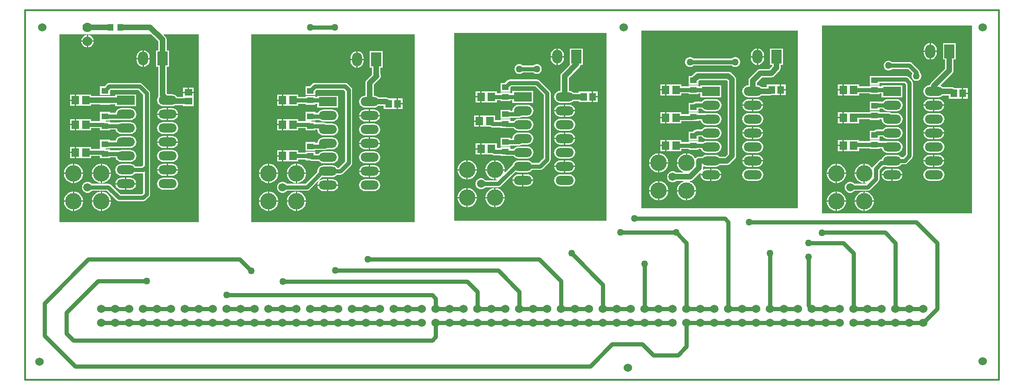
<source format=gtl>
G04*
G04 #@! TF.GenerationSoftware,Altium Limited,CircuitMaker,2.2.1 (2.2.1.6)*
G04*
G04 Layer_Physical_Order=1*
G04 Layer_Color=25308*
%FSLAX25Y25*%
%MOIN*%
G70*
G04*
G04 #@! TF.SameCoordinates,35D340AA-2A3D-450E-9165-5FFDE7E77ED7*
G04*
G04*
G04 #@! TF.FilePolarity,Positive*
G04*
G01*
G75*
%ADD10C,0.01181*%
%ADD25R,0.04331X0.05118*%
%ADD26R,0.05709X0.06102*%
%ADD27R,0.05118X0.04331*%
%ADD28R,0.05118X0.05709*%
%ADD29C,0.05905*%
%ADD30R,0.05709X0.05118*%
%ADD31C,0.03937*%
%ADD32C,0.02953*%
%ADD33C,0.07000*%
%ADD34R,0.13000X0.06500*%
%ADD35O,0.13000X0.06500*%
%ADD36C,0.06000*%
%ADD37C,0.11811*%
%ADD38R,0.07283X0.09842*%
%ADD39O,0.07283X0.09842*%
%ADD40C,0.05000*%
G36*
X262500Y330000D02*
X162500D01*
Y465000D01*
X228266D01*
X233285Y459980D01*
Y453421D01*
X231638D01*
Y441579D01*
X233285D01*
Y421220D01*
X233387Y420445D01*
X233481Y420221D01*
X233038Y419643D01*
X232609Y418610D01*
X232463Y417500D01*
X232609Y416391D01*
X233038Y415357D01*
X233719Y414469D01*
X234607Y413788D01*
X235641Y413359D01*
X236750Y413213D01*
X243250D01*
X244359Y413359D01*
X245393Y413788D01*
X245483Y413856D01*
X251146D01*
Y413291D01*
X258854D01*
Y419591D01*
Y422650D01*
X255000D01*
X251146D01*
Y419844D01*
X246808D01*
X246281Y420531D01*
X245393Y421212D01*
X244359Y421641D01*
X243250Y421787D01*
X239948D01*
X239274Y422461D01*
Y441579D01*
X240921D01*
Y453421D01*
X239274D01*
Y461221D01*
X239172Y461995D01*
X238996Y462418D01*
X238873Y462717D01*
X238397Y463338D01*
X237196Y464538D01*
X237388Y465000D01*
X262500D01*
Y330000D01*
D02*
G37*
G36*
X417500D02*
X300000D01*
Y465000D01*
X417500D01*
Y330000D01*
D02*
G37*
G36*
X555000Y330859D02*
X445641D01*
Y465859D01*
X555000D01*
Y330859D01*
D02*
G37*
G36*
X692500Y340000D02*
X580000D01*
Y467500D01*
X692500D01*
Y340000D01*
D02*
G37*
G36*
X817500Y336221D02*
X709682D01*
Y471220D01*
X817500D01*
Y336221D01*
D02*
G37*
%LPC*%
G36*
X183092Y464500D02*
X183000D01*
Y460500D01*
X187000D01*
Y460592D01*
X186693Y461737D01*
X186101Y462763D01*
X185263Y463601D01*
X184237Y464193D01*
X183092Y464500D01*
D02*
G37*
G36*
X182000D02*
X181908D01*
X180763Y464193D01*
X179737Y463601D01*
X178899Y462763D01*
X178307Y461737D01*
X178000Y460592D01*
Y460500D01*
X182000D01*
Y464500D01*
D02*
G37*
G36*
X187000Y459500D02*
X183000D01*
Y455500D01*
X183092D01*
X184237Y455807D01*
X185263Y456399D01*
X186101Y457237D01*
X186693Y458263D01*
X187000Y459408D01*
Y459500D01*
D02*
G37*
G36*
X182000D02*
X178000D01*
Y459408D01*
X178307Y458263D01*
X178899Y457237D01*
X179737Y456399D01*
X180763Y455807D01*
X181908Y455500D01*
X182000D01*
Y459500D01*
D02*
G37*
G36*
X223000Y453396D02*
Y448000D01*
X227182D01*
Y448779D01*
X227022Y449991D01*
X226554Y451120D01*
X225811Y452090D01*
X224841Y452834D01*
X223712Y453302D01*
X223000Y453396D01*
D02*
G37*
G36*
X222000D02*
X221288Y453302D01*
X220159Y452834D01*
X219190Y452090D01*
X218445Y451120D01*
X217978Y449991D01*
X217818Y448779D01*
Y448000D01*
X222000D01*
Y453396D01*
D02*
G37*
G36*
X227182Y447000D02*
X223000D01*
Y441605D01*
X223712Y441698D01*
X224841Y442166D01*
X225811Y442910D01*
X226554Y443880D01*
X227022Y445009D01*
X227182Y446220D01*
Y447000D01*
D02*
G37*
G36*
X222000D02*
X217818D01*
Y446220D01*
X217978Y445009D01*
X218445Y443880D01*
X219190Y442910D01*
X220159Y442166D01*
X221288Y441698D01*
X222000Y441605D01*
Y447000D01*
D02*
G37*
G36*
X258854Y426709D02*
X255500D01*
Y423650D01*
X258854D01*
Y426709D01*
D02*
G37*
G36*
X254500D02*
X251146D01*
Y423650D01*
X254500D01*
Y426709D01*
D02*
G37*
G36*
X217500Y421750D02*
X202500D01*
Y420494D01*
X198559D01*
Y420665D01*
X191441D01*
Y420494D01*
X185094D01*
Y421551D01*
X174260D01*
Y417500D01*
Y413449D01*
X185094D01*
Y414506D01*
X191441D01*
Y414335D01*
X198559D01*
Y414506D01*
X202500D01*
Y413250D01*
X217500D01*
Y421750D01*
D02*
G37*
G36*
X173260Y421551D02*
X169905D01*
Y418000D01*
X173260D01*
Y421551D01*
D02*
G37*
G36*
Y417000D02*
X169905D01*
Y413449D01*
X173260D01*
Y417000D01*
D02*
G37*
G36*
X213250Y411787D02*
X206750D01*
X205641Y411641D01*
X204607Y411212D01*
X203719Y410531D01*
X203038Y409643D01*
X202609Y408609D01*
X202591Y408470D01*
X198559D01*
Y409110D01*
X191441D01*
Y403025D01*
X191441Y402779D01*
X191046Y402525D01*
X185094D01*
Y404051D01*
X174260D01*
Y400000D01*
Y395949D01*
X185094D01*
Y397475D01*
X191441D01*
Y395890D01*
X198559D01*
Y396530D01*
X202591D01*
X202609Y396391D01*
X203038Y395357D01*
X203719Y394469D01*
X204607Y393788D01*
X205641Y393359D01*
X206750Y393213D01*
X213250D01*
X214359Y393359D01*
X215393Y393788D01*
X216281Y394469D01*
X216962Y395357D01*
X217391Y396391D01*
X217537Y397500D01*
X217391Y398609D01*
X216962Y399643D01*
X216281Y400531D01*
X215393Y401212D01*
X214359Y401641D01*
X213250Y401787D01*
X206750D01*
X205641Y401641D01*
X205494Y401580D01*
X198559D01*
Y402220D01*
X195590D01*
X195524Y402280D01*
X195715Y402779D01*
X198559D01*
Y403420D01*
X205494D01*
X205641Y403359D01*
X206750Y403213D01*
X213250D01*
X214359Y403359D01*
X215393Y403788D01*
X216281Y404469D01*
X216962Y405357D01*
X217391Y406390D01*
X217537Y407500D01*
X217391Y408609D01*
X216962Y409643D01*
X216281Y410531D01*
X215393Y411212D01*
X214359Y411641D01*
X213250Y411787D01*
D02*
G37*
G36*
X243250D02*
X240500D01*
Y408000D01*
X247471D01*
X247391Y408609D01*
X246962Y409643D01*
X246281Y410531D01*
X245393Y411212D01*
X244359Y411641D01*
X243250Y411787D01*
D02*
G37*
G36*
X239500D02*
X236750D01*
X235641Y411641D01*
X234607Y411212D01*
X233719Y410531D01*
X233038Y409643D01*
X232609Y408609D01*
X232529Y408000D01*
X239500D01*
Y411787D01*
D02*
G37*
G36*
X247471Y407000D02*
X240500D01*
Y403213D01*
X243250D01*
X244359Y403359D01*
X245393Y403788D01*
X246281Y404469D01*
X246962Y405357D01*
X247391Y406390D01*
X247471Y407000D01*
D02*
G37*
G36*
X239500D02*
X232529D01*
X232609Y406390D01*
X233038Y405357D01*
X233719Y404469D01*
X234607Y403788D01*
X235641Y403359D01*
X236750Y403213D01*
X239500D01*
Y407000D01*
D02*
G37*
G36*
X173260Y404051D02*
X169905D01*
Y400500D01*
X173260D01*
Y404051D01*
D02*
G37*
G36*
Y399500D02*
X169905D01*
Y395949D01*
X173260D01*
Y399500D01*
D02*
G37*
G36*
X243250Y401787D02*
X236750D01*
X235641Y401641D01*
X234607Y401212D01*
X233719Y400531D01*
X233038Y399643D01*
X232609Y398609D01*
X232463Y397500D01*
X232609Y396391D01*
X233038Y395357D01*
X233719Y394469D01*
X234607Y393788D01*
X235641Y393359D01*
X236750Y393213D01*
X243250D01*
X244359Y393359D01*
X245393Y393788D01*
X246281Y394469D01*
X246962Y395357D01*
X247391Y396391D01*
X247537Y397500D01*
X247391Y398609D01*
X246962Y399643D01*
X246281Y400531D01*
X245393Y401212D01*
X244359Y401641D01*
X243250Y401787D01*
D02*
G37*
G36*
X213250Y391787D02*
X206750D01*
X205641Y391641D01*
X204607Y391212D01*
X203719Y390531D01*
X203038Y389643D01*
X202609Y388610D01*
X202591Y388470D01*
X198559D01*
Y389110D01*
X191441D01*
Y383025D01*
X191441Y382780D01*
X191046Y382525D01*
X185094D01*
Y384051D01*
X174260D01*
Y380000D01*
Y375949D01*
X185094D01*
Y377475D01*
X191441D01*
Y375890D01*
X198559D01*
Y376530D01*
X202591D01*
X202609Y376391D01*
X203038Y375357D01*
X203719Y374469D01*
X204607Y373788D01*
X205641Y373359D01*
X206750Y373213D01*
X213250D01*
X214359Y373359D01*
X215393Y373788D01*
X216281Y374469D01*
X216962Y375357D01*
X217391Y376391D01*
X217537Y377500D01*
X217391Y378609D01*
X216962Y379643D01*
X216281Y380531D01*
X215393Y381212D01*
X214359Y381641D01*
X213250Y381787D01*
X206750D01*
X205641Y381641D01*
X205494Y381580D01*
X198559D01*
Y382221D01*
X195590D01*
X195524Y382279D01*
X195715Y382780D01*
X198559D01*
Y383420D01*
X205494D01*
X205641Y383359D01*
X206750Y383213D01*
X213250D01*
X214359Y383359D01*
X215393Y383788D01*
X216281Y384469D01*
X216962Y385357D01*
X217391Y386390D01*
X217537Y387500D01*
X217391Y388610D01*
X216962Y389643D01*
X216281Y390531D01*
X215393Y391212D01*
X214359Y391641D01*
X213250Y391787D01*
D02*
G37*
G36*
X243250D02*
X240500D01*
Y388000D01*
X247471D01*
X247391Y388610D01*
X246962Y389643D01*
X246281Y390531D01*
X245393Y391212D01*
X244359Y391641D01*
X243250Y391787D01*
D02*
G37*
G36*
X239500D02*
X236750D01*
X235641Y391641D01*
X234607Y391212D01*
X233719Y390531D01*
X233038Y389643D01*
X232609Y388610D01*
X232529Y388000D01*
X239500D01*
Y391787D01*
D02*
G37*
G36*
X247471Y387000D02*
X240500D01*
Y383213D01*
X243250D01*
X244359Y383359D01*
X245393Y383788D01*
X246281Y384469D01*
X246962Y385357D01*
X247391Y386390D01*
X247471Y387000D01*
D02*
G37*
G36*
X239500D02*
X232529D01*
X232609Y386390D01*
X233038Y385357D01*
X233719Y384469D01*
X234607Y383788D01*
X235641Y383359D01*
X236750Y383213D01*
X239500D01*
Y387000D01*
D02*
G37*
G36*
X173260Y384051D02*
X169905D01*
Y380500D01*
X173260D01*
Y384051D01*
D02*
G37*
G36*
Y379500D02*
X169905D01*
Y375949D01*
X173260D01*
Y379500D01*
D02*
G37*
G36*
X243250Y381787D02*
X236750D01*
X235641Y381641D01*
X234607Y381212D01*
X233719Y380531D01*
X233038Y379643D01*
X232609Y378609D01*
X232463Y377500D01*
X232609Y376391D01*
X233038Y375357D01*
X233719Y374469D01*
X234607Y373788D01*
X235641Y373359D01*
X236750Y373213D01*
X243250D01*
X244359Y373359D01*
X245393Y373788D01*
X246281Y374469D01*
X246962Y375357D01*
X247391Y376391D01*
X247537Y377500D01*
X247391Y378609D01*
X246962Y379643D01*
X246281Y380531D01*
X245393Y381212D01*
X244359Y381641D01*
X243250Y381787D01*
D02*
G37*
G36*
X220000Y430025D02*
X198110D01*
X197144Y429833D01*
X196325Y429285D01*
X194595Y427555D01*
X191441D01*
Y421224D01*
X198559D01*
Y424378D01*
X199156Y424975D01*
X218954D01*
X222475Y421454D01*
Y371046D01*
X221454Y370025D01*
X216670D01*
X216281Y370531D01*
X215393Y371212D01*
X214359Y371641D01*
X213250Y371787D01*
X206750D01*
X205641Y371641D01*
X204607Y371212D01*
X203719Y370531D01*
X203038Y369643D01*
X202609Y368609D01*
X202463Y367500D01*
X202609Y366390D01*
X203038Y365357D01*
X203719Y364469D01*
X204607Y363788D01*
X205641Y363359D01*
X206750Y363213D01*
X213250D01*
X214359Y363359D01*
X215393Y363788D01*
X216281Y364469D01*
X216670Y364975D01*
X222475D01*
Y351046D01*
X221454Y350025D01*
X206046D01*
X199285Y356785D01*
X198466Y357333D01*
X197500Y357525D01*
X185565D01*
X184927Y358163D01*
X184026Y358683D01*
X183020Y358953D01*
X181980D01*
X180974Y358683D01*
X180073Y358163D01*
X179337Y357427D01*
X178817Y356526D01*
X178547Y355520D01*
Y354480D01*
X178817Y353474D01*
X179337Y352573D01*
X180073Y351837D01*
X180974Y351317D01*
X181980Y351047D01*
X183020D01*
X184026Y351317D01*
X184927Y351837D01*
X185565Y352475D01*
X196454D01*
X203215Y345715D01*
X204034Y345167D01*
X205000Y344975D01*
X222500D01*
X223466Y345167D01*
X224285Y345715D01*
X226785Y348215D01*
X227333Y349034D01*
X227525Y350000D01*
Y370000D01*
Y422500D01*
X227333Y423466D01*
X226785Y424285D01*
X221785Y429285D01*
X220966Y429833D01*
X220000Y430025D01*
D02*
G37*
G36*
X243250Y371787D02*
X240500D01*
Y368000D01*
X247471D01*
X247391Y368609D01*
X246962Y369643D01*
X246281Y370531D01*
X245393Y371212D01*
X244359Y371641D01*
X243250Y371787D01*
D02*
G37*
G36*
X239500D02*
X236750D01*
X235641Y371641D01*
X234607Y371212D01*
X233719Y370531D01*
X233038Y369643D01*
X232609Y368609D01*
X232529Y368000D01*
X239500D01*
Y371787D01*
D02*
G37*
G36*
X193180Y371905D02*
X193000D01*
Y365500D01*
X199406D01*
Y365680D01*
X199140Y367014D01*
X198620Y368271D01*
X197864Y369402D01*
X196902Y370364D01*
X195771Y371120D01*
X194514Y371640D01*
X193180Y371905D01*
D02*
G37*
G36*
X192000D02*
X191820D01*
X190486Y371640D01*
X189229Y371120D01*
X188098Y370364D01*
X187136Y369402D01*
X186380Y368271D01*
X185860Y367014D01*
X185594Y365680D01*
Y365500D01*
X192000D01*
Y371905D01*
D02*
G37*
G36*
X173180D02*
X173000D01*
Y365500D01*
X179405D01*
Y365680D01*
X179140Y367014D01*
X178620Y368271D01*
X177864Y369402D01*
X176902Y370364D01*
X175771Y371120D01*
X174514Y371640D01*
X173180Y371905D01*
D02*
G37*
G36*
X172000D02*
X171820D01*
X170486Y371640D01*
X169229Y371120D01*
X168098Y370364D01*
X167136Y369402D01*
X166380Y368271D01*
X165860Y367014D01*
X165594Y365680D01*
Y365500D01*
X172000D01*
Y371905D01*
D02*
G37*
G36*
X247471Y367000D02*
X240500D01*
Y363213D01*
X243250D01*
X244359Y363359D01*
X245393Y363788D01*
X246281Y364469D01*
X246962Y365357D01*
X247391Y366390D01*
X247471Y367000D01*
D02*
G37*
G36*
X239500D02*
X232529D01*
X232609Y366390D01*
X233038Y365357D01*
X233719Y364469D01*
X234607Y363788D01*
X235641Y363359D01*
X236750Y363213D01*
X239500D01*
Y367000D01*
D02*
G37*
G36*
X199406Y364500D02*
X193000D01*
Y358095D01*
X193180D01*
X194514Y358360D01*
X195771Y358880D01*
X196902Y359636D01*
X197864Y360598D01*
X198620Y361729D01*
X199140Y362986D01*
X199406Y364320D01*
Y364500D01*
D02*
G37*
G36*
X192000D02*
X185594D01*
Y364320D01*
X185860Y362986D01*
X186380Y361729D01*
X187136Y360598D01*
X188098Y359636D01*
X189229Y358880D01*
X190486Y358360D01*
X191820Y358095D01*
X192000D01*
Y364500D01*
D02*
G37*
G36*
X179405D02*
X173000D01*
Y358095D01*
X173180D01*
X174514Y358360D01*
X175771Y358880D01*
X176902Y359636D01*
X177864Y360598D01*
X178620Y361729D01*
X179140Y362986D01*
X179405Y364320D01*
Y364500D01*
D02*
G37*
G36*
X172000D02*
X165594D01*
Y364320D01*
X165860Y362986D01*
X166380Y361729D01*
X167136Y360598D01*
X168098Y359636D01*
X169229Y358880D01*
X170486Y358360D01*
X171820Y358095D01*
X172000D01*
Y364500D01*
D02*
G37*
G36*
X213250Y361787D02*
X210500D01*
Y358000D01*
X217471D01*
X217391Y358610D01*
X216962Y359643D01*
X216281Y360531D01*
X215393Y361212D01*
X214359Y361641D01*
X213250Y361787D01*
D02*
G37*
G36*
X209500D02*
X206750D01*
X205641Y361641D01*
X204607Y361212D01*
X203719Y360531D01*
X203038Y359643D01*
X202609Y358610D01*
X202529Y358000D01*
X209500D01*
Y361787D01*
D02*
G37*
G36*
X243250D02*
X236750D01*
X235641Y361641D01*
X234607Y361212D01*
X233719Y360531D01*
X233038Y359643D01*
X232609Y358610D01*
X232463Y357500D01*
X232609Y356391D01*
X233038Y355357D01*
X233719Y354469D01*
X234607Y353788D01*
X235641Y353359D01*
X236750Y353213D01*
X243250D01*
X244359Y353359D01*
X245393Y353788D01*
X246281Y354469D01*
X246962Y355357D01*
X247391Y356391D01*
X247537Y357500D01*
X247391Y358610D01*
X246962Y359643D01*
X246281Y360531D01*
X245393Y361212D01*
X244359Y361641D01*
X243250Y361787D01*
D02*
G37*
G36*
X217471Y357000D02*
X210500D01*
Y353213D01*
X213250D01*
X214359Y353359D01*
X215393Y353788D01*
X216281Y354469D01*
X216962Y355357D01*
X217391Y356391D01*
X217471Y357000D01*
D02*
G37*
G36*
X209500D02*
X202529D01*
X202609Y356391D01*
X203038Y355357D01*
X203719Y354469D01*
X204607Y353788D01*
X205641Y353359D01*
X206750Y353213D01*
X209500D01*
Y357000D01*
D02*
G37*
G36*
X193180Y351905D02*
X193000D01*
Y345500D01*
X199406D01*
Y345680D01*
X199140Y347014D01*
X198620Y348271D01*
X197864Y349402D01*
X196902Y350364D01*
X195771Y351120D01*
X194514Y351640D01*
X193180Y351905D01*
D02*
G37*
G36*
X192000D02*
X191820D01*
X190486Y351640D01*
X189229Y351120D01*
X188098Y350364D01*
X187136Y349402D01*
X186380Y348271D01*
X185860Y347014D01*
X185594Y345680D01*
Y345500D01*
X192000D01*
Y351905D01*
D02*
G37*
G36*
X173180D02*
X173000D01*
Y345500D01*
X179405D01*
Y345680D01*
X179140Y347014D01*
X178620Y348271D01*
X177864Y349402D01*
X176902Y350364D01*
X175771Y351120D01*
X174514Y351640D01*
X173180Y351905D01*
D02*
G37*
G36*
X172000D02*
X171820D01*
X170486Y351640D01*
X169229Y351120D01*
X168098Y350364D01*
X167136Y349402D01*
X166380Y348271D01*
X165860Y347014D01*
X165594Y345680D01*
Y345500D01*
X172000D01*
Y351905D01*
D02*
G37*
G36*
X199406Y344500D02*
X193000D01*
Y338094D01*
X193180D01*
X194514Y338360D01*
X195771Y338880D01*
X196902Y339636D01*
X197864Y340598D01*
X198620Y341729D01*
X199140Y342986D01*
X199406Y344320D01*
Y344500D01*
D02*
G37*
G36*
X192000D02*
X185594D01*
Y344320D01*
X185860Y342986D01*
X186380Y341729D01*
X187136Y340598D01*
X188098Y339636D01*
X189229Y338880D01*
X190486Y338360D01*
X191820Y338094D01*
X192000D01*
Y344500D01*
D02*
G37*
G36*
X179405D02*
X173000D01*
Y338094D01*
X173180D01*
X174514Y338360D01*
X175771Y338880D01*
X176902Y339636D01*
X177864Y340598D01*
X178620Y341729D01*
X179140Y342986D01*
X179405Y344320D01*
Y344500D01*
D02*
G37*
G36*
X172000D02*
X165594D01*
Y344320D01*
X165860Y342986D01*
X166380Y341729D01*
X167136Y340598D01*
X168098Y339636D01*
X169229Y338880D01*
X170486Y338360D01*
X171820Y338094D01*
X172000D01*
Y344500D01*
D02*
G37*
G36*
X376484Y452746D02*
Y447350D01*
X380666D01*
Y448130D01*
X380506Y449342D01*
X380039Y450471D01*
X379295Y451440D01*
X378325Y452184D01*
X377196Y452652D01*
X376484Y452746D01*
D02*
G37*
G36*
X375484Y452746D02*
X374773Y452652D01*
X373643Y452184D01*
X372674Y451440D01*
X371930Y450471D01*
X371462Y449342D01*
X371303Y448130D01*
Y447350D01*
X375484D01*
Y452746D01*
D02*
G37*
G36*
Y446350D02*
X371303D01*
Y445571D01*
X371462Y444359D01*
X371930Y443230D01*
X372674Y442260D01*
X373643Y441516D01*
X374773Y441049D01*
X375484Y440955D01*
Y446350D01*
D02*
G37*
G36*
X380666D02*
X376484D01*
Y440955D01*
X377196Y441049D01*
X378325Y441516D01*
X379295Y442260D01*
X380039Y443230D01*
X380506Y444359D01*
X380666Y445571D01*
Y446350D01*
D02*
G37*
G36*
X322020Y421551D02*
X318665D01*
Y418000D01*
X322020D01*
Y421551D01*
D02*
G37*
G36*
X408559Y418854D02*
X405500D01*
Y415500D01*
X408559D01*
Y418854D01*
D02*
G37*
G36*
X322020Y417000D02*
X318665D01*
Y413449D01*
X322020D01*
Y417000D01*
D02*
G37*
G36*
X333854Y421551D02*
X323020D01*
Y417500D01*
Y413449D01*
X333854D01*
Y414975D01*
X338941D01*
Y414335D01*
X346059D01*
Y414975D01*
X347500D01*
Y412250D01*
X362500D01*
Y420750D01*
X347500D01*
Y420025D01*
X346059D01*
Y420665D01*
X338941D01*
Y420025D01*
X333854D01*
Y421551D01*
D02*
G37*
G36*
X408559Y414500D02*
X405500D01*
Y411146D01*
X408559D01*
Y414500D01*
D02*
G37*
G36*
X394406Y452772D02*
X385122D01*
Y440929D01*
X386770D01*
Y436004D01*
X382883Y432117D01*
X382407Y431497D01*
X382108Y430775D01*
X382006Y430000D01*
Y420787D01*
X381750D01*
X380641Y420641D01*
X379607Y420212D01*
X378719Y419531D01*
X378038Y418643D01*
X377609Y417610D01*
X377463Y416500D01*
X377609Y415390D01*
X378038Y414357D01*
X378719Y413469D01*
X379607Y412788D01*
X380641Y412359D01*
X381750Y412213D01*
X388250D01*
X389359Y412359D01*
X390393Y412788D01*
X391281Y413469D01*
X391309Y413506D01*
X395142D01*
Y411146D01*
X404500D01*
Y415000D01*
Y418854D01*
X399009D01*
X398698Y419093D01*
X397976Y419392D01*
X397201Y419494D01*
X391309D01*
X391281Y419531D01*
X390393Y420212D01*
X389359Y420641D01*
X388250Y420787D01*
X387994D01*
Y428760D01*
X392157Y432922D01*
X392632Y433542D01*
X392932Y434264D01*
X393034Y435039D01*
X392932Y435814D01*
X392758Y436233D01*
Y440929D01*
X394406D01*
Y452772D01*
D02*
G37*
G36*
X358250Y410787D02*
X351750D01*
X350641Y410641D01*
X349607Y410212D01*
X348719Y409531D01*
X348038Y408643D01*
X347966Y408470D01*
X346059D01*
Y409110D01*
X338941D01*
Y403025D01*
X338941Y402779D01*
X338546Y402525D01*
X333854D01*
Y404051D01*
X323020D01*
Y400000D01*
Y395949D01*
X333854D01*
Y397475D01*
X338941D01*
Y395890D01*
X346059D01*
Y396530D01*
X347437D01*
X347463Y396500D01*
X347609Y395391D01*
X348038Y394357D01*
X348719Y393469D01*
X349607Y392788D01*
X350641Y392359D01*
X351750Y392213D01*
X358250D01*
X359360Y392359D01*
X360393Y392788D01*
X361281Y393469D01*
X361962Y394357D01*
X362391Y395391D01*
X362537Y396500D01*
X362391Y397609D01*
X361962Y398643D01*
X361281Y399531D01*
X360393Y400212D01*
X359360Y400641D01*
X358250Y400787D01*
X354284D01*
X354230Y400841D01*
X353411Y401388D01*
X352445Y401580D01*
X346059D01*
Y402220D01*
X343090D01*
X343024Y402280D01*
X343215Y402779D01*
X346059D01*
Y403420D01*
X348783D01*
X349607Y402788D01*
X350641Y402359D01*
X351750Y402213D01*
X358250D01*
X359360Y402359D01*
X360393Y402788D01*
X361281Y403469D01*
X361962Y404357D01*
X362391Y405391D01*
X362537Y406500D01*
X362391Y407610D01*
X361962Y408643D01*
X361281Y409531D01*
X360393Y410212D01*
X359360Y410641D01*
X358250Y410787D01*
D02*
G37*
G36*
X388250D02*
X385500D01*
Y407000D01*
X392471D01*
X392391Y407610D01*
X391962Y408643D01*
X391281Y409531D01*
X390393Y410212D01*
X389359Y410641D01*
X388250Y410787D01*
D02*
G37*
G36*
X384500D02*
X381750D01*
X380641Y410641D01*
X379607Y410212D01*
X378719Y409531D01*
X378038Y408643D01*
X377609Y407610D01*
X377529Y407000D01*
X384500D01*
Y410787D01*
D02*
G37*
G36*
X392471Y406000D02*
X385500D01*
Y402213D01*
X388250D01*
X389359Y402359D01*
X390393Y402788D01*
X391281Y403469D01*
X391962Y404357D01*
X392391Y405391D01*
X392471Y406000D01*
D02*
G37*
G36*
X384500D02*
X377529D01*
X377609Y405391D01*
X378038Y404357D01*
X378719Y403469D01*
X379607Y402788D01*
X380641Y402359D01*
X381750Y402213D01*
X384500D01*
Y406000D01*
D02*
G37*
G36*
X322020Y404051D02*
X318665D01*
Y400500D01*
X322020D01*
Y404051D01*
D02*
G37*
G36*
Y399500D02*
X318665D01*
Y395949D01*
X322020D01*
Y399500D01*
D02*
G37*
G36*
X388250Y400787D02*
X381750D01*
X380641Y400641D01*
X379607Y400212D01*
X378719Y399531D01*
X378038Y398643D01*
X377609Y397609D01*
X377463Y396500D01*
X377609Y395391D01*
X378038Y394357D01*
X378719Y393469D01*
X379607Y392788D01*
X380641Y392359D01*
X381750Y392213D01*
X388250D01*
X389359Y392359D01*
X390393Y392788D01*
X391281Y393469D01*
X391962Y394357D01*
X392391Y395391D01*
X392537Y396500D01*
X392391Y397609D01*
X391962Y398643D01*
X391281Y399531D01*
X390393Y400212D01*
X389359Y400641D01*
X388250Y400787D01*
D02*
G37*
G36*
Y390787D02*
X385500D01*
Y387000D01*
X392471D01*
X392391Y387610D01*
X391962Y388643D01*
X391281Y389531D01*
X390393Y390212D01*
X389359Y390641D01*
X388250Y390787D01*
D02*
G37*
G36*
X384500D02*
X381750D01*
X380641Y390641D01*
X379607Y390212D01*
X378719Y389531D01*
X378038Y388643D01*
X377609Y387610D01*
X377529Y387000D01*
X384500D01*
Y390787D01*
D02*
G37*
G36*
X358250D02*
X351750D01*
X350641Y390641D01*
X349607Y390212D01*
X348719Y389531D01*
X348038Y388643D01*
X347609Y387610D01*
X347518Y386915D01*
X346059D01*
Y387555D01*
X338941D01*
Y381224D01*
X346059D01*
Y381865D01*
X352890D01*
X353856Y382057D01*
X354090Y382213D01*
X358250D01*
X359360Y382359D01*
X360393Y382788D01*
X361281Y383469D01*
X361962Y384357D01*
X362391Y385390D01*
X362537Y386500D01*
X362391Y387610D01*
X361962Y388643D01*
X361281Y389531D01*
X360393Y390212D01*
X359360Y390641D01*
X358250Y390787D01*
D02*
G37*
G36*
X392471Y386000D02*
X385500D01*
Y382213D01*
X388250D01*
X389359Y382359D01*
X390393Y382788D01*
X391281Y383469D01*
X391962Y384357D01*
X392391Y385390D01*
X392471Y386000D01*
D02*
G37*
G36*
X384500D02*
X377529D01*
X377609Y385390D01*
X378038Y384357D01*
X378719Y383469D01*
X379607Y382788D01*
X380641Y382359D01*
X381750Y382213D01*
X384500D01*
Y386000D01*
D02*
G37*
G36*
X322020Y381551D02*
X318665D01*
Y378000D01*
X322020D01*
Y381551D01*
D02*
G37*
G36*
Y377000D02*
X318665D01*
Y373449D01*
X322020D01*
Y377000D01*
D02*
G37*
G36*
X388250Y380787D02*
X381750D01*
X380641Y380641D01*
X379607Y380212D01*
X378719Y379531D01*
X378038Y378643D01*
X377609Y377609D01*
X377463Y376500D01*
X377609Y375391D01*
X378038Y374357D01*
X378719Y373469D01*
X379607Y372788D01*
X380641Y372359D01*
X381750Y372213D01*
X388250D01*
X389359Y372359D01*
X390393Y372788D01*
X391281Y373469D01*
X391962Y374357D01*
X392391Y375391D01*
X392537Y376500D01*
X392391Y377609D01*
X391962Y378643D01*
X391281Y379531D01*
X390393Y380212D01*
X389359Y380641D01*
X388250Y380787D01*
D02*
G37*
G36*
X333854Y381551D02*
X323020D01*
Y377500D01*
Y373449D01*
X333854D01*
Y374975D01*
X338941D01*
Y374335D01*
X342283D01*
X342534Y374167D01*
X343500Y373975D01*
X348330D01*
X348719Y373469D01*
X349607Y372788D01*
X350641Y372359D01*
X351750Y372213D01*
X358250D01*
X359360Y372359D01*
X360393Y372788D01*
X361281Y373469D01*
X361962Y374357D01*
X362391Y375391D01*
X362537Y376500D01*
X362391Y377609D01*
X361962Y378643D01*
X361281Y379531D01*
X360393Y380212D01*
X359360Y380641D01*
X358250Y380787D01*
X351750D01*
X350641Y380641D01*
X349607Y380212D01*
X348719Y379531D01*
X348330Y379025D01*
X346059D01*
Y380665D01*
X338941D01*
Y380025D01*
X333854D01*
Y381551D01*
D02*
G37*
G36*
X367500Y430025D02*
X345610D01*
X344644Y429833D01*
X343825Y429285D01*
X342095Y427555D01*
X338941D01*
Y421224D01*
X346059D01*
Y424378D01*
X346656Y424975D01*
X366454D01*
X367475Y423954D01*
Y373546D01*
X362954Y369025D01*
X361670D01*
X361281Y369531D01*
X360393Y370212D01*
X359360Y370641D01*
X358250Y370787D01*
X351750D01*
X350641Y370641D01*
X349607Y370212D01*
X348719Y369531D01*
X348038Y368643D01*
X347609Y367610D01*
X347463Y366500D01*
X347517Y366088D01*
X338954Y357525D01*
X325565D01*
X324927Y358163D01*
X324026Y358683D01*
X323020Y358953D01*
X321980D01*
X320974Y358683D01*
X320073Y358163D01*
X319337Y357427D01*
X318817Y356526D01*
X318547Y355520D01*
Y354480D01*
X318817Y353474D01*
X319337Y352573D01*
X320073Y351837D01*
X320974Y351317D01*
X321980Y351047D01*
X323020D01*
X324026Y351317D01*
X324927Y351837D01*
X325565Y352475D01*
X340000D01*
X340966Y352667D01*
X341785Y353215D01*
X348045Y359474D01*
X348422Y359144D01*
X348038Y358643D01*
X347609Y357610D01*
X347529Y357000D01*
X354500D01*
Y360787D01*
X351750D01*
X350641Y360641D01*
X349607Y360212D01*
X349106Y359828D01*
X348776Y360205D01*
X350897Y362326D01*
X351750Y362213D01*
X358250D01*
X359360Y362359D01*
X360393Y362788D01*
X361281Y363469D01*
X361670Y363975D01*
X364000D01*
X364966Y364167D01*
X365785Y364715D01*
X371785Y370715D01*
X372333Y371534D01*
X372525Y372500D01*
Y425000D01*
X372333Y425966D01*
X371785Y426785D01*
X369285Y429285D01*
X368466Y429833D01*
X367500Y430025D01*
D02*
G37*
G36*
X388250Y370787D02*
X385500D01*
Y367000D01*
X392471D01*
X392391Y367610D01*
X391962Y368643D01*
X391281Y369531D01*
X390393Y370212D01*
X389359Y370641D01*
X388250Y370787D01*
D02*
G37*
G36*
X384500D02*
X381750D01*
X380641Y370641D01*
X379607Y370212D01*
X378719Y369531D01*
X378038Y368643D01*
X377609Y367610D01*
X377529Y367000D01*
X384500D01*
Y370787D01*
D02*
G37*
G36*
X333180Y371905D02*
X333000D01*
Y365500D01*
X339405D01*
Y365680D01*
X339140Y367014D01*
X338620Y368271D01*
X337864Y369402D01*
X336902Y370364D01*
X335771Y371120D01*
X334514Y371640D01*
X333180Y371905D01*
D02*
G37*
G36*
X332000D02*
X331820D01*
X330486Y371640D01*
X329229Y371120D01*
X328098Y370364D01*
X327136Y369402D01*
X326380Y368271D01*
X325860Y367014D01*
X325594Y365680D01*
Y365500D01*
X332000D01*
Y371905D01*
D02*
G37*
G36*
X313180D02*
X313000D01*
Y365500D01*
X319406D01*
Y365680D01*
X319140Y367014D01*
X318620Y368271D01*
X317864Y369402D01*
X316902Y370364D01*
X315771Y371120D01*
X314514Y371640D01*
X313180Y371905D01*
D02*
G37*
G36*
X312000D02*
X311820D01*
X310486Y371640D01*
X309229Y371120D01*
X308098Y370364D01*
X307136Y369402D01*
X306380Y368271D01*
X305860Y367014D01*
X305594Y365680D01*
Y365500D01*
X312000D01*
Y371905D01*
D02*
G37*
G36*
X392471Y366000D02*
X385500D01*
Y362213D01*
X388250D01*
X389359Y362359D01*
X390393Y362788D01*
X391281Y363469D01*
X391962Y364357D01*
X392391Y365390D01*
X392471Y366000D01*
D02*
G37*
G36*
X384500D02*
X377529D01*
X377609Y365390D01*
X378038Y364357D01*
X378719Y363469D01*
X379607Y362788D01*
X380641Y362359D01*
X381750Y362213D01*
X384500D01*
Y366000D01*
D02*
G37*
G36*
X339405Y364500D02*
X333000D01*
Y358095D01*
X333180D01*
X334514Y358360D01*
X335771Y358880D01*
X336902Y359636D01*
X337864Y360598D01*
X338620Y361729D01*
X339140Y362986D01*
X339405Y364320D01*
Y364500D01*
D02*
G37*
G36*
X332000D02*
X325594D01*
Y364320D01*
X325860Y362986D01*
X326380Y361729D01*
X327136Y360598D01*
X328098Y359636D01*
X329229Y358880D01*
X330486Y358360D01*
X331820Y358095D01*
X332000D01*
Y364500D01*
D02*
G37*
G36*
X319406D02*
X313000D01*
Y358095D01*
X313180D01*
X314514Y358360D01*
X315771Y358880D01*
X316902Y359636D01*
X317864Y360598D01*
X318620Y361729D01*
X319140Y362986D01*
X319406Y364320D01*
Y364500D01*
D02*
G37*
G36*
X312000D02*
X305594D01*
Y364320D01*
X305860Y362986D01*
X306380Y361729D01*
X307136Y360598D01*
X308098Y359636D01*
X309229Y358880D01*
X310486Y358360D01*
X311820Y358095D01*
X312000D01*
Y364500D01*
D02*
G37*
G36*
X358250Y360787D02*
X355500D01*
Y357000D01*
X362471D01*
X362391Y357610D01*
X361962Y358643D01*
X361281Y359531D01*
X360393Y360212D01*
X359360Y360641D01*
X358250Y360787D01*
D02*
G37*
G36*
X388250D02*
X381750D01*
X380641Y360641D01*
X379607Y360212D01*
X378719Y359531D01*
X378038Y358643D01*
X377609Y357610D01*
X377463Y356500D01*
X377609Y355391D01*
X378038Y354357D01*
X378719Y353469D01*
X379607Y352788D01*
X380641Y352359D01*
X381750Y352213D01*
X388250D01*
X389359Y352359D01*
X390393Y352788D01*
X391281Y353469D01*
X391962Y354357D01*
X392391Y355391D01*
X392537Y356500D01*
X392391Y357610D01*
X391962Y358643D01*
X391281Y359531D01*
X390393Y360212D01*
X389359Y360641D01*
X388250Y360787D01*
D02*
G37*
G36*
X362471Y356000D02*
X355500D01*
Y352213D01*
X358250D01*
X359360Y352359D01*
X360393Y352788D01*
X361281Y353469D01*
X361962Y354357D01*
X362391Y355391D01*
X362471Y356000D01*
D02*
G37*
G36*
X354500D02*
X347529D01*
X347609Y355391D01*
X348038Y354357D01*
X348719Y353469D01*
X349607Y352788D01*
X350641Y352359D01*
X351750Y352213D01*
X354500D01*
Y356000D01*
D02*
G37*
G36*
X333180Y351905D02*
X333000D01*
Y345500D01*
X339405D01*
Y345680D01*
X339140Y347014D01*
X338620Y348271D01*
X337864Y349402D01*
X336902Y350364D01*
X335771Y351120D01*
X334514Y351640D01*
X333180Y351905D01*
D02*
G37*
G36*
X332000D02*
X331820D01*
X330486Y351640D01*
X329229Y351120D01*
X328098Y350364D01*
X327136Y349402D01*
X326380Y348271D01*
X325860Y347014D01*
X325594Y345680D01*
Y345500D01*
X332000D01*
Y351905D01*
D02*
G37*
G36*
X313180D02*
X313000D01*
Y345500D01*
X319406D01*
Y345680D01*
X319140Y347014D01*
X318620Y348271D01*
X317864Y349402D01*
X316902Y350364D01*
X315771Y351120D01*
X314514Y351640D01*
X313180Y351905D01*
D02*
G37*
G36*
X312000D02*
X311820D01*
X310486Y351640D01*
X309229Y351120D01*
X308098Y350364D01*
X307136Y349402D01*
X306380Y348271D01*
X305860Y347014D01*
X305594Y345680D01*
Y345500D01*
X312000D01*
Y351905D01*
D02*
G37*
G36*
X339405Y344500D02*
X333000D01*
Y338094D01*
X333180D01*
X334514Y338360D01*
X335771Y338880D01*
X336902Y339636D01*
X337864Y340598D01*
X338620Y341729D01*
X339140Y342986D01*
X339405Y344320D01*
Y344500D01*
D02*
G37*
G36*
X332000D02*
X325594D01*
Y344320D01*
X325860Y342986D01*
X326380Y341729D01*
X327136Y340598D01*
X328098Y339636D01*
X329229Y338880D01*
X330486Y338360D01*
X331820Y338094D01*
X332000D01*
Y344500D01*
D02*
G37*
G36*
X319406D02*
X313000D01*
Y338094D01*
X313180D01*
X314514Y338360D01*
X315771Y338880D01*
X316902Y339636D01*
X317864Y340598D01*
X318620Y341729D01*
X319140Y342986D01*
X319406Y344320D01*
Y344500D01*
D02*
G37*
G36*
X312000D02*
X305594D01*
Y344320D01*
X305860Y342986D01*
X306380Y341729D01*
X307136Y340598D01*
X308098Y339636D01*
X309229Y338880D01*
X310486Y338360D01*
X311820Y338094D01*
X312000D01*
Y344500D01*
D02*
G37*
G36*
X520185Y454714D02*
Y449319D01*
X524367D01*
Y450098D01*
X524207Y451310D01*
X523740Y452439D01*
X522996Y453409D01*
X522026Y454153D01*
X520897Y454621D01*
X520185Y454714D01*
D02*
G37*
G36*
X519185Y454714D02*
X518473Y454621D01*
X517344Y454153D01*
X516374Y453409D01*
X515630Y452439D01*
X515163Y451310D01*
X515003Y450098D01*
Y449319D01*
X519185D01*
Y454714D01*
D02*
G37*
G36*
X524367Y448319D02*
X520185D01*
Y442923D01*
X520897Y443017D01*
X522026Y443485D01*
X522996Y444229D01*
X523740Y445198D01*
X524207Y446328D01*
X524367Y447539D01*
Y448319D01*
D02*
G37*
G36*
X519185D02*
X515003D01*
Y447539D01*
X515163Y446328D01*
X515630Y445198D01*
X516374Y444229D01*
X517344Y443485D01*
X518473Y443017D01*
X519185Y442923D01*
Y448319D01*
D02*
G37*
G36*
X505461Y443500D02*
X504539D01*
X503649Y443261D01*
X502851Y442801D01*
X502575Y442525D01*
X494925D01*
X494649Y442801D01*
X493851Y443261D01*
X492961Y443500D01*
X492039D01*
X491149Y443261D01*
X490351Y442801D01*
X489699Y442149D01*
X489239Y441351D01*
X489000Y440461D01*
Y439539D01*
X489239Y438649D01*
X489699Y437851D01*
X490351Y437199D01*
X491149Y436738D01*
X492039Y436500D01*
X492961D01*
X493851Y436738D01*
X494649Y437199D01*
X494925Y437475D01*
X502575D01*
X502851Y437199D01*
X503649Y436738D01*
X504539Y436500D01*
X505461D01*
X506351Y436738D01*
X507149Y437199D01*
X507801Y437851D01*
X508261Y438649D01*
X508500Y439539D01*
Y440461D01*
X508261Y441351D01*
X507801Y442149D01*
X507149Y442801D01*
X506351Y443261D01*
X505461Y443500D01*
D02*
G37*
G36*
X502500Y424250D02*
X487500D01*
Y422525D01*
X486059D01*
Y423165D01*
X478941D01*
Y422525D01*
X476335D01*
Y424051D01*
X465500D01*
Y420000D01*
Y415949D01*
X476335D01*
Y417475D01*
X478941D01*
Y416835D01*
X486059D01*
Y417475D01*
X487500D01*
Y415750D01*
X502500D01*
Y424250D01*
D02*
G37*
G36*
X548559Y423854D02*
X545500D01*
Y420500D01*
X548559D01*
Y423854D01*
D02*
G37*
G36*
X464500Y424051D02*
X461146D01*
Y420500D01*
X464500D01*
Y424051D01*
D02*
G37*
G36*
X548559Y419500D02*
X545500D01*
Y416146D01*
X548559D01*
Y419500D01*
D02*
G37*
G36*
X538106Y454740D02*
X528823D01*
Y443057D01*
X522883Y437117D01*
X522407Y436497D01*
X522108Y435775D01*
X522006Y435000D01*
Y424287D01*
X521750D01*
X520641Y424141D01*
X519607Y423712D01*
X518719Y423031D01*
X518038Y422143D01*
X517609Y421109D01*
X517463Y420000D01*
X517609Y418890D01*
X518038Y417857D01*
X518719Y416969D01*
X519607Y416288D01*
X520641Y415859D01*
X521750Y415713D01*
X528250D01*
X529359Y415859D01*
X530393Y416288D01*
X531281Y416969D01*
X531310Y417006D01*
X535142D01*
Y416146D01*
X544500D01*
Y420000D01*
Y423854D01*
X535142D01*
Y422994D01*
X531310D01*
X531281Y423031D01*
X530393Y423712D01*
X529359Y424141D01*
X528250Y424287D01*
X527994D01*
Y433760D01*
X535582Y441347D01*
X536058Y441967D01*
X536357Y442690D01*
X536384Y442898D01*
X538106D01*
Y454740D01*
D02*
G37*
G36*
X464500Y419500D02*
X461146D01*
Y415949D01*
X464500D01*
Y419500D01*
D02*
G37*
G36*
X528250Y414287D02*
X525500D01*
Y410500D01*
X532471D01*
X532391Y411109D01*
X531962Y412143D01*
X531281Y413031D01*
X530393Y413712D01*
X529359Y414141D01*
X528250Y414287D01*
D02*
G37*
G36*
X524500D02*
X521750D01*
X520641Y414141D01*
X519607Y413712D01*
X518719Y413031D01*
X518038Y412143D01*
X517609Y411109D01*
X517529Y410500D01*
X524500D01*
Y414287D01*
D02*
G37*
G36*
X498250D02*
X491750D01*
X490640Y414141D01*
X489607Y413712D01*
X488719Y413031D01*
X488038Y412143D01*
X487609Y411109D01*
X487467Y410025D01*
X486059D01*
Y410665D01*
X478941D01*
Y404335D01*
X486059D01*
Y404975D01*
X492500D01*
X493466Y405167D01*
X494283Y405713D01*
X498250D01*
X499360Y405859D01*
X500393Y406288D01*
X501281Y406969D01*
X501962Y407857D01*
X502391Y408890D01*
X502537Y410000D01*
X502391Y411109D01*
X501962Y412143D01*
X501281Y413031D01*
X500393Y413712D01*
X499360Y414141D01*
X498250Y414287D01*
D02*
G37*
G36*
X532471Y409500D02*
X525500D01*
Y405713D01*
X528250D01*
X529359Y405859D01*
X530393Y406288D01*
X531281Y406969D01*
X531962Y407857D01*
X532391Y408890D01*
X532471Y409500D01*
D02*
G37*
G36*
X524500D02*
X517529D01*
X517609Y408890D01*
X518038Y407857D01*
X518719Y406969D01*
X519607Y406288D01*
X520641Y405859D01*
X521750Y405713D01*
X524500D01*
Y409500D01*
D02*
G37*
G36*
X463260Y406551D02*
X459905D01*
Y403000D01*
X463260D01*
Y406551D01*
D02*
G37*
G36*
Y402000D02*
X459905D01*
Y398449D01*
X463260D01*
Y402000D01*
D02*
G37*
G36*
X528250Y404287D02*
X521750D01*
X520641Y404141D01*
X519607Y403712D01*
X518719Y403031D01*
X518038Y402143D01*
X517609Y401110D01*
X517463Y400000D01*
X517609Y398890D01*
X518038Y397857D01*
X518719Y396969D01*
X519607Y396288D01*
X520641Y395859D01*
X521750Y395713D01*
X528250D01*
X529359Y395859D01*
X530393Y396288D01*
X531281Y396969D01*
X531962Y397857D01*
X532391Y398890D01*
X532537Y400000D01*
X532391Y401110D01*
X531962Y402143D01*
X531281Y403031D01*
X530393Y403712D01*
X529359Y404141D01*
X528250Y404287D01*
D02*
G37*
G36*
X475095Y406551D02*
X464260D01*
Y402500D01*
Y398449D01*
X471907D01*
X472164Y398277D01*
X473130Y398085D01*
X478941D01*
Y397445D01*
X486059D01*
Y397475D01*
X488330D01*
X488719Y396969D01*
X489607Y396288D01*
X490640Y395859D01*
X491750Y395713D01*
X498250D01*
X499360Y395859D01*
X500393Y396288D01*
X501281Y396969D01*
X501962Y397857D01*
X502391Y398890D01*
X502537Y400000D01*
X502391Y401110D01*
X501962Y402143D01*
X501281Y403031D01*
X500393Y403712D01*
X499360Y404141D01*
X498250Y404287D01*
X491750D01*
X490640Y404141D01*
X489607Y403712D01*
X488719Y403031D01*
X488330Y402525D01*
X486059D01*
Y403776D01*
X478941D01*
Y403135D01*
X475095D01*
Y406551D01*
D02*
G37*
G36*
X528250Y394287D02*
X525500D01*
Y390500D01*
X532471D01*
X532391Y391109D01*
X531962Y392143D01*
X531281Y393031D01*
X530393Y393712D01*
X529359Y394141D01*
X528250Y394287D01*
D02*
G37*
G36*
X524500D02*
X521750D01*
X520641Y394141D01*
X519607Y393712D01*
X518719Y393031D01*
X518038Y392143D01*
X517609Y391109D01*
X517529Y390500D01*
X524500D01*
Y394287D01*
D02*
G37*
G36*
X498250D02*
X491750D01*
X490640Y394141D01*
X489607Y393712D01*
X488719Y393031D01*
X488038Y392143D01*
X487609Y391109D01*
X487467Y390025D01*
X486059D01*
Y390665D01*
X478941D01*
Y384335D01*
X486059D01*
Y384975D01*
X492500D01*
X493466Y385167D01*
X494283Y385713D01*
X498250D01*
X499360Y385859D01*
X500393Y386288D01*
X501281Y386969D01*
X501962Y387857D01*
X502391Y388891D01*
X502537Y390000D01*
X502391Y391109D01*
X501962Y392143D01*
X501281Y393031D01*
X500393Y393712D01*
X499360Y394141D01*
X498250Y394287D01*
D02*
G37*
G36*
X532471Y389500D02*
X525500D01*
Y385713D01*
X528250D01*
X529359Y385859D01*
X530393Y386288D01*
X531281Y386969D01*
X531962Y387857D01*
X532391Y388891D01*
X532471Y389500D01*
D02*
G37*
G36*
X524500D02*
X517529D01*
X517609Y388891D01*
X518038Y387857D01*
X518719Y386969D01*
X519607Y386288D01*
X520641Y385859D01*
X521750Y385713D01*
X524500D01*
Y389500D01*
D02*
G37*
G36*
X464520Y386551D02*
X461165D01*
Y383000D01*
X464520D01*
Y386551D01*
D02*
G37*
G36*
Y382000D02*
X461165D01*
Y378449D01*
X464520D01*
Y382000D01*
D02*
G37*
G36*
X528250Y384287D02*
X521750D01*
X520641Y384141D01*
X519607Y383712D01*
X518719Y383031D01*
X518038Y382143D01*
X517609Y381109D01*
X517463Y380000D01*
X517609Y378890D01*
X518038Y377857D01*
X518719Y376969D01*
X519607Y376288D01*
X520641Y375859D01*
X521750Y375713D01*
X528250D01*
X529359Y375859D01*
X530393Y376288D01*
X531281Y376969D01*
X531962Y377857D01*
X532391Y378890D01*
X532537Y380000D01*
X532391Y381109D01*
X531962Y382143D01*
X531281Y383031D01*
X530393Y383712D01*
X529359Y384141D01*
X528250Y384287D01*
D02*
G37*
G36*
X476354Y386551D02*
X465520D01*
Y382500D01*
Y378449D01*
X473167D01*
X473423Y378277D01*
X474390Y378085D01*
X478941D01*
Y377445D01*
X486059D01*
Y377475D01*
X488330D01*
X488719Y376969D01*
X489607Y376288D01*
X490640Y375859D01*
X491750Y375713D01*
X498250D01*
X499360Y375859D01*
X500393Y376288D01*
X501281Y376969D01*
X501962Y377857D01*
X502391Y378890D01*
X502537Y380000D01*
X502391Y381109D01*
X501962Y382143D01*
X501281Y383031D01*
X500393Y383712D01*
X499360Y384141D01*
X498250Y384287D01*
X491750D01*
X490640Y384141D01*
X489607Y383712D01*
X488719Y383031D01*
X488330Y382525D01*
X486059D01*
Y383776D01*
X478941D01*
Y383135D01*
X476354D01*
Y386551D01*
D02*
G37*
G36*
X505000Y432525D02*
X485610D01*
X484644Y432333D01*
X483825Y431785D01*
X482095Y430055D01*
X478941D01*
Y423724D01*
X486059D01*
Y426878D01*
X486656Y427475D01*
X503954D01*
X509975Y421454D01*
Y376046D01*
X506454Y372525D01*
X501670D01*
X501281Y373031D01*
X500393Y373712D01*
X499360Y374141D01*
X498250Y374287D01*
X491750D01*
X490640Y374141D01*
X489607Y373712D01*
X488719Y373031D01*
X488038Y372143D01*
X487659Y371230D01*
X482208Y365779D01*
X481747Y366025D01*
X481906Y366820D01*
Y367000D01*
X475500D01*
Y360595D01*
X475680D01*
X476198Y360698D01*
X476483Y360244D01*
X476318Y360025D01*
X468065D01*
X467427Y360663D01*
X466526Y361183D01*
X465520Y361453D01*
X464480D01*
X463474Y361183D01*
X462573Y360663D01*
X461837Y359927D01*
X461317Y359026D01*
X461047Y358020D01*
Y356980D01*
X461317Y355974D01*
X461837Y355073D01*
X462573Y354337D01*
X463474Y353817D01*
X464480Y353547D01*
X465520D01*
X466526Y353817D01*
X467427Y354337D01*
X468065Y354975D01*
X477500D01*
X478466Y355167D01*
X479285Y355715D01*
X489785Y366214D01*
X490640Y365859D01*
X491750Y365713D01*
X498250D01*
X499360Y365859D01*
X500393Y366288D01*
X501281Y366969D01*
X501670Y367475D01*
X507500D01*
X508466Y367667D01*
X509285Y368215D01*
X514285Y373215D01*
X514833Y374034D01*
X515025Y375000D01*
Y422500D01*
X514833Y423466D01*
X514285Y424285D01*
X506785Y431785D01*
X505966Y432333D01*
X505000Y432525D01*
D02*
G37*
G36*
X528250Y374287D02*
X525500D01*
Y370500D01*
X532471D01*
X532391Y371110D01*
X531962Y372143D01*
X531281Y373031D01*
X530393Y373712D01*
X529359Y374141D01*
X528250Y374287D01*
D02*
G37*
G36*
X524500D02*
X521750D01*
X520641Y374141D01*
X519607Y373712D01*
X518719Y373031D01*
X518038Y372143D01*
X517609Y371110D01*
X517529Y370500D01*
X524500D01*
Y374287D01*
D02*
G37*
G36*
X475680Y374406D02*
X475500D01*
Y368000D01*
X481906D01*
Y368180D01*
X481640Y369514D01*
X481120Y370771D01*
X480364Y371902D01*
X479402Y372864D01*
X478271Y373620D01*
X477014Y374140D01*
X475680Y374406D01*
D02*
G37*
G36*
X474500D02*
X474320D01*
X472986Y374140D01*
X471729Y373620D01*
X470598Y372864D01*
X469636Y371902D01*
X468880Y370771D01*
X468360Y369514D01*
X468094Y368180D01*
Y368000D01*
X474500D01*
Y374406D01*
D02*
G37*
G36*
X455680D02*
X455500D01*
Y368000D01*
X461905D01*
Y368180D01*
X461640Y369514D01*
X461120Y370771D01*
X460364Y371902D01*
X459402Y372864D01*
X458271Y373620D01*
X457014Y374140D01*
X455680Y374406D01*
D02*
G37*
G36*
X454500D02*
X454320D01*
X452986Y374140D01*
X451729Y373620D01*
X450598Y372864D01*
X449636Y371902D01*
X448880Y370771D01*
X448360Y369514D01*
X448095Y368180D01*
Y368000D01*
X454500D01*
Y374406D01*
D02*
G37*
G36*
X532471Y369500D02*
X525500D01*
Y365713D01*
X528250D01*
X529359Y365859D01*
X530393Y366288D01*
X531281Y366969D01*
X531962Y367857D01*
X532391Y368891D01*
X532471Y369500D01*
D02*
G37*
G36*
X524500D02*
X517529D01*
X517609Y368891D01*
X518038Y367857D01*
X518719Y366969D01*
X519607Y366288D01*
X520641Y365859D01*
X521750Y365713D01*
X524500D01*
Y369500D01*
D02*
G37*
G36*
X474500Y367000D02*
X468094D01*
Y366820D01*
X468360Y365486D01*
X468880Y364229D01*
X469636Y363098D01*
X470598Y362136D01*
X471729Y361380D01*
X472986Y360860D01*
X474320Y360595D01*
X474500D01*
Y367000D01*
D02*
G37*
G36*
X461905D02*
X455500D01*
Y360595D01*
X455680D01*
X457014Y360860D01*
X458271Y361380D01*
X459402Y362136D01*
X460364Y363098D01*
X461120Y364229D01*
X461640Y365486D01*
X461905Y366820D01*
Y367000D01*
D02*
G37*
G36*
X454500D02*
X448095D01*
Y366820D01*
X448360Y365486D01*
X448880Y364229D01*
X449636Y363098D01*
X450598Y362136D01*
X451729Y361380D01*
X452986Y360860D01*
X454320Y360595D01*
X454500D01*
Y367000D01*
D02*
G37*
G36*
X498250Y364287D02*
X495500D01*
Y360500D01*
X502471D01*
X502391Y361109D01*
X501962Y362143D01*
X501281Y363031D01*
X500393Y363712D01*
X499360Y364141D01*
X498250Y364287D01*
D02*
G37*
G36*
X494500D02*
X491750D01*
X490640Y364141D01*
X489607Y363712D01*
X488719Y363031D01*
X488038Y362143D01*
X487609Y361109D01*
X487529Y360500D01*
X494500D01*
Y364287D01*
D02*
G37*
G36*
X528250D02*
X521750D01*
X520641Y364141D01*
X519607Y363712D01*
X518719Y363031D01*
X518038Y362143D01*
X517609Y361109D01*
X517463Y360000D01*
X517609Y358891D01*
X518038Y357857D01*
X518719Y356969D01*
X519607Y356288D01*
X520641Y355859D01*
X521750Y355713D01*
X528250D01*
X529359Y355859D01*
X530393Y356288D01*
X531281Y356969D01*
X531962Y357857D01*
X532391Y358891D01*
X532537Y360000D01*
X532391Y361109D01*
X531962Y362143D01*
X531281Y363031D01*
X530393Y363712D01*
X529359Y364141D01*
X528250Y364287D01*
D02*
G37*
G36*
X502471Y359500D02*
X495500D01*
Y355713D01*
X498250D01*
X499360Y355859D01*
X500393Y356288D01*
X501281Y356969D01*
X501962Y357857D01*
X502391Y358891D01*
X502471Y359500D01*
D02*
G37*
G36*
X494500D02*
X487529D01*
X487609Y358891D01*
X488038Y357857D01*
X488719Y356969D01*
X489607Y356288D01*
X490640Y355859D01*
X491750Y355713D01*
X494500D01*
Y359500D01*
D02*
G37*
G36*
X475680Y354405D02*
X475500D01*
Y348000D01*
X481906D01*
Y348180D01*
X481640Y349514D01*
X481120Y350771D01*
X480364Y351902D01*
X479402Y352864D01*
X478271Y353620D01*
X477014Y354140D01*
X475680Y354405D01*
D02*
G37*
G36*
X474500D02*
X474320D01*
X472986Y354140D01*
X471729Y353620D01*
X470598Y352864D01*
X469636Y351902D01*
X468880Y350771D01*
X468360Y349514D01*
X468094Y348180D01*
Y348000D01*
X474500D01*
Y354405D01*
D02*
G37*
G36*
X455680D02*
X455500D01*
Y348000D01*
X461905D01*
Y348180D01*
X461640Y349514D01*
X461120Y350771D01*
X460364Y351902D01*
X459402Y352864D01*
X458271Y353620D01*
X457014Y354140D01*
X455680Y354405D01*
D02*
G37*
G36*
X454500D02*
X454320D01*
X452986Y354140D01*
X451729Y353620D01*
X450598Y352864D01*
X449636Y351902D01*
X448880Y350771D01*
X448360Y349514D01*
X448095Y348180D01*
Y348000D01*
X454500D01*
Y354405D01*
D02*
G37*
G36*
X481906Y347000D02*
X475500D01*
Y340595D01*
X475680D01*
X477014Y340860D01*
X478271Y341380D01*
X479402Y342136D01*
X480364Y343098D01*
X481120Y344229D01*
X481640Y345486D01*
X481906Y346820D01*
Y347000D01*
D02*
G37*
G36*
X474500D02*
X468094D01*
Y346820D01*
X468360Y345486D01*
X468880Y344229D01*
X469636Y343098D01*
X470598Y342136D01*
X471729Y341380D01*
X472986Y340860D01*
X474320Y340595D01*
X474500D01*
Y347000D01*
D02*
G37*
G36*
X461905D02*
X455500D01*
Y340595D01*
X455680D01*
X457014Y340860D01*
X458271Y341380D01*
X459402Y342136D01*
X460364Y343098D01*
X461120Y344229D01*
X461640Y345486D01*
X461905Y346820D01*
Y347000D01*
D02*
G37*
G36*
X454500D02*
X448095D01*
Y346820D01*
X448360Y345486D01*
X448880Y344229D01*
X449636Y343098D01*
X450598Y342136D01*
X451729Y341380D01*
X452986Y340860D01*
X454320Y340595D01*
X454500D01*
Y347000D01*
D02*
G37*
G36*
X663886Y454714D02*
Y449319D01*
X668068D01*
Y450098D01*
X667908Y451310D01*
X667440Y452439D01*
X666696Y453409D01*
X665727Y454153D01*
X664598Y454621D01*
X663886Y454714D01*
D02*
G37*
G36*
X662886Y454714D02*
X662174Y454621D01*
X661045Y454153D01*
X660075Y453409D01*
X659331Y452439D01*
X658864Y451310D01*
X658704Y450098D01*
Y449319D01*
X662886D01*
Y454714D01*
D02*
G37*
G36*
X647961Y448500D02*
X647039D01*
X646149Y448261D01*
X645351Y447801D01*
X645075Y447525D01*
X617425D01*
X617149Y447801D01*
X616351Y448261D01*
X615461Y448500D01*
X614539D01*
X613649Y448261D01*
X612851Y447801D01*
X612199Y447149D01*
X611738Y446351D01*
X611500Y445461D01*
Y444539D01*
X611738Y443649D01*
X612199Y442851D01*
X612851Y442199D01*
X613649Y441739D01*
X614539Y441500D01*
X615461D01*
X616351Y441739D01*
X617149Y442199D01*
X617425Y442475D01*
X645075D01*
X645351Y442199D01*
X646149Y441739D01*
X647039Y441500D01*
X647961D01*
X648851Y441739D01*
X649649Y442199D01*
X650301Y442851D01*
X650762Y443649D01*
X651000Y444539D01*
Y445461D01*
X650762Y446351D01*
X650301Y447149D01*
X649649Y447801D01*
X648851Y448261D01*
X647961Y448500D01*
D02*
G37*
G36*
X668068Y448319D02*
X663886D01*
Y442923D01*
X664598Y443017D01*
X665727Y443485D01*
X666696Y444229D01*
X667440Y445198D01*
X667908Y446328D01*
X668068Y447539D01*
Y448319D01*
D02*
G37*
G36*
X662886D02*
X658704D01*
Y447539D01*
X658864Y446328D01*
X659331Y445198D01*
X660075Y444229D01*
X661045Y443485D01*
X662174Y443017D01*
X662886Y442923D01*
Y448319D01*
D02*
G37*
G36*
X683559Y428854D02*
X680500D01*
Y425500D01*
X683559D01*
Y428854D01*
D02*
G37*
G36*
X597020Y429051D02*
X593665D01*
Y425500D01*
X597020D01*
Y429051D01*
D02*
G37*
G36*
X683559Y424500D02*
X680500D01*
Y421146D01*
X683559D01*
Y424500D01*
D02*
G37*
G36*
X597020Y424500D02*
X593665D01*
Y420949D01*
X597020D01*
Y424500D01*
D02*
G37*
G36*
X608854Y429051D02*
X598020D01*
Y425000D01*
Y420949D01*
X608854D01*
Y422475D01*
X613941D01*
Y421835D01*
X621059D01*
Y422475D01*
X622500D01*
Y419750D01*
X637500D01*
Y428250D01*
X622500D01*
Y427525D01*
X621059D01*
Y428165D01*
X613941D01*
Y427525D01*
X608854D01*
Y429051D01*
D02*
G37*
G36*
X681807Y454740D02*
X672524D01*
Y442898D01*
X674171D01*
Y442185D01*
X671988Y440002D01*
X665354D01*
X664579Y439900D01*
X663857Y439601D01*
X663237Y439125D01*
X657883Y433771D01*
X657407Y433151D01*
X657108Y432429D01*
X657006Y431653D01*
Y428287D01*
X656750D01*
X655641Y428141D01*
X654607Y427712D01*
X653719Y427031D01*
X653038Y426143D01*
X652609Y425109D01*
X652463Y424000D01*
X652609Y422891D01*
X653038Y421857D01*
X653719Y420969D01*
X654607Y420288D01*
X655641Y419859D01*
X656750Y419713D01*
X663250D01*
X664360Y419859D01*
X665393Y420288D01*
X666281Y420969D01*
X666309Y421006D01*
X672701D01*
X673476Y421108D01*
X673567Y421146D01*
X679500D01*
Y425000D01*
Y428854D01*
X670142D01*
Y426994D01*
X666309D01*
X666281Y427031D01*
X665393Y427712D01*
X664360Y428141D01*
X663250Y428287D01*
X662994D01*
Y430413D01*
X666595Y434014D01*
X673228D01*
X674003Y434116D01*
X674725Y434415D01*
X675346Y434891D01*
X679283Y438828D01*
X679758Y439448D01*
X680057Y440170D01*
X680160Y440945D01*
Y442898D01*
X681807D01*
Y454740D01*
D02*
G37*
G36*
X663250Y418287D02*
X660500D01*
Y414500D01*
X667471D01*
X667391Y415109D01*
X666962Y416143D01*
X666281Y417031D01*
X665393Y417712D01*
X664360Y418141D01*
X663250Y418287D01*
D02*
G37*
G36*
X659500D02*
X656750D01*
X655641Y418141D01*
X654607Y417712D01*
X653719Y417031D01*
X653038Y416143D01*
X652609Y415109D01*
X652529Y414500D01*
X659500D01*
Y418287D01*
D02*
G37*
G36*
X667471Y413500D02*
X660500D01*
Y409713D01*
X663250D01*
X664360Y409859D01*
X665393Y410288D01*
X666281Y410969D01*
X666962Y411857D01*
X667391Y412890D01*
X667471Y413500D01*
D02*
G37*
G36*
X659500D02*
X652529D01*
X652609Y412890D01*
X653038Y411857D01*
X653719Y410969D01*
X654607Y410288D01*
X655641Y409859D01*
X656750Y409713D01*
X659500D01*
Y413500D01*
D02*
G37*
G36*
X633250Y418287D02*
X626750D01*
X625640Y418141D01*
X624607Y417712D01*
X623719Y417031D01*
X623330Y416525D01*
X619000D01*
X618034Y416333D01*
X617215Y415785D01*
X617095Y415665D01*
X613941D01*
Y409335D01*
X621059D01*
Y411475D01*
X623330D01*
X623719Y410969D01*
X624607Y410288D01*
X625640Y409859D01*
X626750Y409713D01*
X633250D01*
X634360Y409859D01*
X635393Y410288D01*
X636281Y410969D01*
X636962Y411857D01*
X637391Y412890D01*
X637537Y414000D01*
X637391Y415109D01*
X636962Y416143D01*
X636281Y417031D01*
X635393Y417712D01*
X634360Y418141D01*
X633250Y418287D01*
D02*
G37*
G36*
X597000Y409051D02*
X593646D01*
Y405500D01*
X597000D01*
Y409051D01*
D02*
G37*
G36*
Y404500D02*
X593646D01*
Y400949D01*
X597000D01*
Y404500D01*
D02*
G37*
G36*
X663250Y408287D02*
X656750D01*
X655641Y408141D01*
X654607Y407712D01*
X653719Y407031D01*
X653038Y406143D01*
X652609Y405110D01*
X652463Y404000D01*
X652609Y402890D01*
X653038Y401857D01*
X653719Y400969D01*
X654607Y400288D01*
X655641Y399859D01*
X656750Y399713D01*
X663250D01*
X664360Y399859D01*
X665393Y400288D01*
X666281Y400969D01*
X666962Y401857D01*
X667391Y402890D01*
X667537Y404000D01*
X667391Y405110D01*
X666962Y406143D01*
X666281Y407031D01*
X665393Y407712D01*
X664360Y408141D01*
X663250Y408287D01*
D02*
G37*
G36*
X608835Y409051D02*
X598000D01*
Y405000D01*
Y400949D01*
X608835D01*
Y402475D01*
X613941D01*
Y402445D01*
X621059D01*
Y403085D01*
X622584D01*
X622609Y402890D01*
X623038Y401857D01*
X623719Y400969D01*
X624607Y400288D01*
X625640Y399859D01*
X626750Y399713D01*
X633250D01*
X634360Y399859D01*
X635393Y400288D01*
X636281Y400969D01*
X636962Y401857D01*
X637391Y402890D01*
X637537Y404000D01*
X637391Y405110D01*
X636962Y406143D01*
X636281Y407031D01*
X635393Y407712D01*
X634360Y408141D01*
X633250Y408287D01*
X626750D01*
X625640Y408141D01*
X625627Y408135D01*
X621059D01*
Y408776D01*
X613941D01*
Y407525D01*
X608835D01*
Y409051D01*
D02*
G37*
G36*
X663250Y398287D02*
X660500D01*
Y394500D01*
X667471D01*
X667391Y395110D01*
X666962Y396143D01*
X666281Y397031D01*
X665393Y397712D01*
X664360Y398141D01*
X663250Y398287D01*
D02*
G37*
G36*
X659500D02*
X656750D01*
X655641Y398141D01*
X654607Y397712D01*
X653719Y397031D01*
X653038Y396143D01*
X652609Y395110D01*
X652529Y394500D01*
X659500D01*
Y398287D01*
D02*
G37*
G36*
X667471Y393500D02*
X660500D01*
Y389713D01*
X663250D01*
X664360Y389859D01*
X665393Y390288D01*
X666281Y390969D01*
X666962Y391857D01*
X667391Y392891D01*
X667471Y393500D01*
D02*
G37*
G36*
X659500D02*
X652529D01*
X652609Y392891D01*
X653038Y391857D01*
X653719Y390969D01*
X654607Y390288D01*
X655641Y389859D01*
X656750Y389713D01*
X659500D01*
Y393500D01*
D02*
G37*
G36*
X633250Y398287D02*
X626750D01*
X625640Y398141D01*
X624607Y397712D01*
X623719Y397031D01*
X623330Y396525D01*
X619610D01*
X618644Y396333D01*
X617825Y395785D01*
X617095Y395055D01*
X613941D01*
Y388724D01*
X621059D01*
Y391475D01*
X623330D01*
X623719Y390969D01*
X624607Y390288D01*
X625640Y389859D01*
X626750Y389713D01*
X633250D01*
X634360Y389859D01*
X635393Y390288D01*
X636281Y390969D01*
X636962Y391857D01*
X637391Y392891D01*
X637537Y394000D01*
X637391Y395110D01*
X636962Y396143D01*
X636281Y397031D01*
X635393Y397712D01*
X634360Y398141D01*
X633250Y398287D01*
D02*
G37*
G36*
X597020Y389051D02*
X593665D01*
Y385500D01*
X597020D01*
Y389051D01*
D02*
G37*
G36*
Y384500D02*
X593665D01*
Y380949D01*
X597020D01*
Y384500D01*
D02*
G37*
G36*
X663250Y388287D02*
X656750D01*
X655641Y388141D01*
X654607Y387712D01*
X653719Y387031D01*
X653038Y386143D01*
X652609Y385109D01*
X652463Y384000D01*
X652609Y382891D01*
X653038Y381857D01*
X653719Y380969D01*
X654607Y380288D01*
X655641Y379859D01*
X656750Y379713D01*
X663250D01*
X664360Y379859D01*
X665393Y380288D01*
X666281Y380969D01*
X666962Y381857D01*
X667391Y382891D01*
X667537Y384000D01*
X667391Y385109D01*
X666962Y386143D01*
X666281Y387031D01*
X665393Y387712D01*
X664360Y388141D01*
X663250Y388287D01*
D02*
G37*
G36*
X608854Y389051D02*
X598020D01*
Y385000D01*
Y380949D01*
X608854D01*
Y382475D01*
X613941D01*
Y381835D01*
X621059D01*
Y382475D01*
X622782D01*
X623038Y381857D01*
X623719Y380969D01*
X624607Y380288D01*
X625640Y379859D01*
X626750Y379713D01*
X633250D01*
X634360Y379859D01*
X635393Y380288D01*
X636281Y380969D01*
X636962Y381857D01*
X637391Y382891D01*
X637537Y384000D01*
X637391Y385109D01*
X636962Y386143D01*
X636281Y387031D01*
X635393Y387712D01*
X634360Y388141D01*
X633250Y388287D01*
X626750D01*
X625640Y388141D01*
X624607Y387712D01*
X624362Y387525D01*
X621059D01*
Y388165D01*
X613941D01*
Y387525D01*
X608854D01*
Y389051D01*
D02*
G37*
G36*
X642500Y437994D02*
X620610D01*
X619835Y437892D01*
X619113Y437593D01*
X618493Y437117D01*
X616431Y435055D01*
X613941D01*
Y428724D01*
X621059D01*
Y431215D01*
X621850Y432006D01*
X641260D01*
X642006Y431260D01*
Y378740D01*
X640260Y376994D01*
X636309D01*
X636281Y377031D01*
X635393Y377712D01*
X634360Y378141D01*
X633250Y378287D01*
X626750D01*
X625640Y378141D01*
X624607Y377712D01*
X623719Y377031D01*
X623691Y376994D01*
X621374D01*
X620599Y376892D01*
X619877Y376593D01*
X619257Y376117D01*
X619101Y375915D01*
X618998Y375884D01*
X618499Y375951D01*
X617864Y376902D01*
X616902Y377864D01*
X615771Y378620D01*
X614514Y379140D01*
X613180Y379405D01*
X613000D01*
Y372500D01*
X612500D01*
Y372000D01*
X605594D01*
Y371820D01*
X605860Y370486D01*
X606380Y369229D01*
X607136Y368098D01*
X608098Y367136D01*
X609229Y366380D01*
X610162Y365994D01*
X610062Y365494D01*
X605096D01*
X604927Y365663D01*
X604026Y366183D01*
X603020Y366453D01*
X601980D01*
X600974Y366183D01*
X600073Y365663D01*
X599337Y364927D01*
X598817Y364026D01*
X598547Y363020D01*
Y361980D01*
X598817Y360974D01*
X599337Y360073D01*
X600073Y359337D01*
X600974Y358817D01*
X601980Y358547D01*
X603020D01*
X604026Y358817D01*
X604927Y359337D01*
X605096Y359506D01*
X610062D01*
X610162Y359006D01*
X609229Y358620D01*
X608098Y357864D01*
X607136Y356902D01*
X606380Y355771D01*
X605860Y354514D01*
X605594Y353180D01*
Y353000D01*
X619406D01*
Y353180D01*
X619140Y354514D01*
X618620Y355771D01*
X617864Y356902D01*
X616902Y357864D01*
X615771Y358620D01*
X614838Y359006D01*
X614938Y359506D01*
X615050D01*
X615825Y359608D01*
X616547Y359907D01*
X617167Y360383D01*
X622192Y365408D01*
X622616Y365124D01*
X622609Y365109D01*
X622529Y364500D01*
X629500D01*
Y368287D01*
X626750D01*
X625640Y368141D01*
X624680Y367743D01*
X624447Y367886D01*
X624271Y368085D01*
X624368Y368824D01*
Y369873D01*
X624868Y370179D01*
X625640Y369859D01*
X626750Y369713D01*
X633250D01*
X634360Y369859D01*
X635393Y370288D01*
X636281Y370969D01*
X636309Y371006D01*
X641500D01*
X642275Y371108D01*
X642997Y371407D01*
X643617Y371883D01*
X647117Y375383D01*
X647593Y376003D01*
X647892Y376725D01*
X647994Y377500D01*
Y432500D01*
X647892Y433275D01*
X647593Y433997D01*
X647117Y434617D01*
X644617Y437117D01*
X643997Y437593D01*
X643275Y437892D01*
X642500Y437994D01*
D02*
G37*
G36*
X663250Y378287D02*
X660500D01*
Y374500D01*
X667471D01*
X667391Y375110D01*
X666962Y376143D01*
X666281Y377031D01*
X665393Y377712D01*
X664360Y378141D01*
X663250Y378287D01*
D02*
G37*
G36*
X659500D02*
X656750D01*
X655641Y378141D01*
X654607Y377712D01*
X653719Y377031D01*
X653038Y376143D01*
X652609Y375110D01*
X652529Y374500D01*
X659500D01*
Y378287D01*
D02*
G37*
G36*
X612000Y379405D02*
X611820D01*
X610486Y379140D01*
X609229Y378620D01*
X608098Y377864D01*
X607136Y376902D01*
X606380Y375771D01*
X605860Y374514D01*
X605594Y373180D01*
Y373000D01*
X612000D01*
Y379405D01*
D02*
G37*
G36*
X593180D02*
X593000D01*
Y373000D01*
X599405D01*
Y373180D01*
X599140Y374514D01*
X598620Y375771D01*
X597864Y376902D01*
X596902Y377864D01*
X595771Y378620D01*
X594514Y379140D01*
X593180Y379405D01*
D02*
G37*
G36*
X592000D02*
X591820D01*
X590486Y379140D01*
X589229Y378620D01*
X588098Y377864D01*
X587136Y376902D01*
X586380Y375771D01*
X585860Y374514D01*
X585595Y373180D01*
Y373000D01*
X592000D01*
Y379405D01*
D02*
G37*
G36*
X667471Y373500D02*
X660500D01*
Y369713D01*
X663250D01*
X664360Y369859D01*
X665393Y370288D01*
X666281Y370969D01*
X666962Y371857D01*
X667391Y372890D01*
X667471Y373500D01*
D02*
G37*
G36*
X659500D02*
X652529D01*
X652609Y372890D01*
X653038Y371857D01*
X653719Y370969D01*
X654607Y370288D01*
X655641Y369859D01*
X656750Y369713D01*
X659500D01*
Y373500D01*
D02*
G37*
G36*
X599405Y372000D02*
X593000D01*
Y365595D01*
X593180D01*
X594514Y365860D01*
X595771Y366380D01*
X596902Y367136D01*
X597864Y368098D01*
X598620Y369229D01*
X599140Y370486D01*
X599405Y371820D01*
Y372000D01*
D02*
G37*
G36*
X592000D02*
X585595D01*
Y371820D01*
X585860Y370486D01*
X586380Y369229D01*
X587136Y368098D01*
X588098Y367136D01*
X589229Y366380D01*
X590486Y365860D01*
X591820Y365595D01*
X592000D01*
Y372000D01*
D02*
G37*
G36*
X633250Y368287D02*
X630500D01*
Y364500D01*
X637471D01*
X637391Y365109D01*
X636962Y366143D01*
X636281Y367031D01*
X635393Y367712D01*
X634360Y368141D01*
X633250Y368287D01*
D02*
G37*
G36*
X663250D02*
X656750D01*
X655641Y368141D01*
X654607Y367712D01*
X653719Y367031D01*
X653038Y366143D01*
X652609Y365109D01*
X652463Y364000D01*
X652609Y362891D01*
X653038Y361857D01*
X653719Y360969D01*
X654607Y360288D01*
X655641Y359859D01*
X656750Y359713D01*
X663250D01*
X664360Y359859D01*
X665393Y360288D01*
X666281Y360969D01*
X666962Y361857D01*
X667391Y362891D01*
X667537Y364000D01*
X667391Y365109D01*
X666962Y366143D01*
X666281Y367031D01*
X665393Y367712D01*
X664360Y368141D01*
X663250Y368287D01*
D02*
G37*
G36*
X637471Y363500D02*
X630500D01*
Y359713D01*
X633250D01*
X634360Y359859D01*
X635393Y360288D01*
X636281Y360969D01*
X636962Y361857D01*
X637391Y362891D01*
X637471Y363500D01*
D02*
G37*
G36*
X629500D02*
X622529D01*
X622609Y362891D01*
X623038Y361857D01*
X623719Y360969D01*
X624607Y360288D01*
X625640Y359859D01*
X626750Y359713D01*
X629500D01*
Y363500D01*
D02*
G37*
G36*
X593180Y359405D02*
X593000D01*
Y353000D01*
X599405D01*
Y353180D01*
X599140Y354514D01*
X598620Y355771D01*
X597864Y356902D01*
X596902Y357864D01*
X595771Y358620D01*
X594514Y359140D01*
X593180Y359405D01*
D02*
G37*
G36*
X592000D02*
X591820D01*
X590486Y359140D01*
X589229Y358620D01*
X588098Y357864D01*
X587136Y356902D01*
X586380Y355771D01*
X585860Y354514D01*
X585595Y353180D01*
Y353000D01*
X592000D01*
Y359405D01*
D02*
G37*
G36*
X619406Y352000D02*
X613000D01*
Y345595D01*
X613180D01*
X614514Y345860D01*
X615771Y346380D01*
X616902Y347136D01*
X617864Y348098D01*
X618620Y349229D01*
X619140Y350486D01*
X619406Y351820D01*
Y352000D01*
D02*
G37*
G36*
X612000D02*
X605594D01*
Y351820D01*
X605860Y350486D01*
X606380Y349229D01*
X607136Y348098D01*
X608098Y347136D01*
X609229Y346380D01*
X610486Y345860D01*
X611820Y345595D01*
X612000D01*
Y352000D01*
D02*
G37*
G36*
X599405D02*
X593000D01*
Y345595D01*
X593180D01*
X594514Y345860D01*
X595771Y346380D01*
X596902Y347136D01*
X597864Y348098D01*
X598620Y349229D01*
X599140Y350486D01*
X599405Y351820D01*
Y352000D01*
D02*
G37*
G36*
X592000D02*
X585595D01*
Y351820D01*
X585860Y350486D01*
X586380Y349229D01*
X587136Y348098D01*
X588098Y347136D01*
X589229Y346380D01*
X590486Y345860D01*
X591820Y345595D01*
X592000D01*
Y352000D01*
D02*
G37*
G36*
X787902Y458651D02*
Y453256D01*
X792083D01*
Y454035D01*
X791924Y455247D01*
X791456Y456376D01*
X790712Y457346D01*
X789743Y458090D01*
X788613Y458558D01*
X787902Y458651D01*
D02*
G37*
G36*
X786902Y458651D02*
X786190Y458558D01*
X785061Y458090D01*
X784091Y457346D01*
X783347Y456376D01*
X782879Y455247D01*
X782720Y454035D01*
Y453256D01*
X786902D01*
Y458651D01*
D02*
G37*
G36*
X792083Y452256D02*
X787902D01*
Y446860D01*
X788613Y446954D01*
X789743Y447422D01*
X790712Y448166D01*
X791456Y449135D01*
X791924Y450265D01*
X792083Y451476D01*
Y452256D01*
D02*
G37*
G36*
X786902D02*
X782720D01*
Y451476D01*
X782879Y450265D01*
X783347Y449135D01*
X784091Y448166D01*
X785061Y447422D01*
X786190Y446954D01*
X786902Y446860D01*
Y452256D01*
D02*
G37*
G36*
X757961Y446000D02*
X757039D01*
X756149Y445761D01*
X755351Y445301D01*
X754699Y444649D01*
X754239Y443851D01*
X754000Y442961D01*
Y442039D01*
X754239Y441149D01*
X754699Y440351D01*
X755351Y439699D01*
X756149Y439239D01*
X757039Y439000D01*
X757961D01*
X758851Y439239D01*
X759649Y439699D01*
X759925Y439975D01*
X771454D01*
X774546Y436883D01*
X774238Y436351D01*
X774000Y435461D01*
Y434539D01*
X774238Y433649D01*
X774699Y432851D01*
X775351Y432199D01*
X776149Y431739D01*
X777039Y431500D01*
X777961D01*
X778851Y431739D01*
X779649Y432199D01*
X780301Y432851D01*
X780761Y433649D01*
X781000Y434539D01*
Y435461D01*
X780761Y436351D01*
X780301Y437149D01*
X780025Y437425D01*
Y437500D01*
X779833Y438466D01*
X779285Y439285D01*
X774285Y444285D01*
X773466Y444833D01*
X772500Y445025D01*
X759925D01*
X759649Y445301D01*
X758851Y445761D01*
X757961Y446000D01*
D02*
G37*
G36*
X724520Y429051D02*
X721165D01*
Y425500D01*
X724520D01*
Y429051D01*
D02*
G37*
G36*
X814209Y426354D02*
X811150D01*
Y423000D01*
X814209D01*
Y426354D01*
D02*
G37*
G36*
X724520Y424500D02*
X721165D01*
Y420949D01*
X724520D01*
Y424500D01*
D02*
G37*
G36*
X736354Y429051D02*
X725520D01*
Y425000D01*
Y420949D01*
X736354D01*
Y422475D01*
X743941D01*
Y421835D01*
X751059D01*
Y422475D01*
X752500D01*
Y419750D01*
X767500D01*
Y428250D01*
X752500D01*
Y427525D01*
X751059D01*
Y428165D01*
X743941D01*
Y427525D01*
X736354D01*
Y429051D01*
D02*
G37*
G36*
X814209Y422000D02*
X811150D01*
Y418646D01*
X814209D01*
Y422000D01*
D02*
G37*
G36*
X805823Y458677D02*
X796539D01*
Y446835D01*
X798187D01*
Y440217D01*
X787883Y429912D01*
X787407Y429292D01*
X787108Y428570D01*
X787071Y428287D01*
X786750D01*
X785640Y428141D01*
X784607Y427712D01*
X783719Y427031D01*
X783038Y426143D01*
X782609Y425109D01*
X782463Y424000D01*
X782609Y422891D01*
X783038Y421857D01*
X783719Y420969D01*
X784607Y420288D01*
X785640Y419859D01*
X786750Y419713D01*
X793250D01*
X794359Y419859D01*
X795393Y420288D01*
X796281Y420969D01*
X796310Y421006D01*
X800791D01*
Y418646D01*
X810150D01*
Y422500D01*
Y426354D01*
X804659D01*
X804348Y426593D01*
X803625Y426892D01*
X802850Y426994D01*
X796310D01*
X796281Y427031D01*
X795393Y427712D01*
X794931Y427904D01*
X794833Y428394D01*
X803298Y436859D01*
X803774Y437479D01*
X803898Y437778D01*
X804073Y438201D01*
X804175Y438976D01*
Y446835D01*
X805823D01*
Y458677D01*
D02*
G37*
G36*
X763250Y418287D02*
X756750D01*
X755641Y418141D01*
X754607Y417712D01*
X753719Y417031D01*
X753330Y416525D01*
X751059D01*
Y416610D01*
X743941D01*
Y410280D01*
X751059D01*
Y411475D01*
X753330D01*
X753719Y410969D01*
X754607Y410288D01*
X755641Y409859D01*
X756750Y409713D01*
X763250D01*
X764360Y409859D01*
X765393Y410288D01*
X766281Y410969D01*
X766962Y411857D01*
X767391Y412890D01*
X767537Y414000D01*
X767391Y415109D01*
X766962Y416143D01*
X766281Y417031D01*
X765393Y417712D01*
X764360Y418141D01*
X763250Y418287D01*
D02*
G37*
G36*
X793250D02*
X790500D01*
Y414500D01*
X797471D01*
X797391Y415109D01*
X796962Y416143D01*
X796281Y417031D01*
X795393Y417712D01*
X794359Y418141D01*
X793250Y418287D01*
D02*
G37*
G36*
X789500D02*
X786750D01*
X785640Y418141D01*
X784607Y417712D01*
X783719Y417031D01*
X783038Y416143D01*
X782609Y415109D01*
X782529Y414500D01*
X789500D01*
Y418287D01*
D02*
G37*
G36*
X797471Y413500D02*
X790500D01*
Y409713D01*
X793250D01*
X794359Y409859D01*
X795393Y410288D01*
X796281Y410969D01*
X796962Y411857D01*
X797391Y412890D01*
X797471Y413500D01*
D02*
G37*
G36*
X789500D02*
X782529D01*
X782609Y412890D01*
X783038Y411857D01*
X783719Y410969D01*
X784607Y410288D01*
X785640Y409859D01*
X786750Y409713D01*
X789500D01*
Y413500D01*
D02*
G37*
G36*
X724500Y409051D02*
X721146D01*
Y405500D01*
X724500D01*
Y409051D01*
D02*
G37*
G36*
Y404500D02*
X721146D01*
Y400949D01*
X724500D01*
Y404500D01*
D02*
G37*
G36*
X793250Y408287D02*
X786750D01*
X785640Y408141D01*
X784607Y407712D01*
X783719Y407031D01*
X783038Y406143D01*
X782609Y405110D01*
X782463Y404000D01*
X782609Y402890D01*
X783038Y401857D01*
X783719Y400969D01*
X784607Y400288D01*
X785640Y399859D01*
X786750Y399713D01*
X793250D01*
X794359Y399859D01*
X795393Y400288D01*
X796281Y400969D01*
X796962Y401857D01*
X797391Y402890D01*
X797537Y404000D01*
X797391Y405110D01*
X796962Y406143D01*
X796281Y407031D01*
X795393Y407712D01*
X794359Y408141D01*
X793250Y408287D01*
D02*
G37*
G36*
X751059Y409721D02*
X743941D01*
Y409080D01*
X734035D01*
X733890Y409051D01*
X725500D01*
Y405000D01*
Y400949D01*
X736335D01*
Y404030D01*
X743941D01*
Y403390D01*
X751059D01*
Y404030D01*
X752437D01*
X752463Y404000D01*
X752609Y402890D01*
X753038Y401857D01*
X753719Y400969D01*
X754607Y400288D01*
X755641Y399859D01*
X756750Y399713D01*
X763250D01*
X764360Y399859D01*
X765393Y400288D01*
X766281Y400969D01*
X766962Y401857D01*
X767391Y402890D01*
X767537Y404000D01*
X767391Y405110D01*
X766962Y406143D01*
X766281Y407031D01*
X765393Y407712D01*
X764360Y408141D01*
X763250Y408287D01*
X759284D01*
X759230Y408341D01*
X758411Y408888D01*
X757445Y409080D01*
X751059D01*
Y409721D01*
D02*
G37*
G36*
X793250Y398287D02*
X790500D01*
Y394500D01*
X797471D01*
X797391Y395110D01*
X796962Y396143D01*
X796281Y397031D01*
X795393Y397712D01*
X794359Y398141D01*
X793250Y398287D01*
D02*
G37*
G36*
X789500D02*
X786750D01*
X785640Y398141D01*
X784607Y397712D01*
X783719Y397031D01*
X783038Y396143D01*
X782609Y395110D01*
X782529Y394500D01*
X789500D01*
Y398287D01*
D02*
G37*
G36*
X797471Y393500D02*
X790500D01*
Y389713D01*
X793250D01*
X794359Y389859D01*
X795393Y390288D01*
X796281Y390969D01*
X796962Y391857D01*
X797391Y392891D01*
X797471Y393500D01*
D02*
G37*
G36*
X789500D02*
X782529D01*
X782609Y392891D01*
X783038Y391857D01*
X783719Y390969D01*
X784607Y390288D01*
X785640Y389859D01*
X786750Y389713D01*
X789500D01*
Y393500D01*
D02*
G37*
G36*
X763250Y398287D02*
X756750D01*
X755641Y398141D01*
X754607Y397712D01*
X753719Y397031D01*
X753330Y396525D01*
X749000D01*
X748034Y396333D01*
X747215Y395785D01*
X747095Y395665D01*
X743941D01*
Y389335D01*
X751059D01*
Y391475D01*
X753330D01*
X753719Y390969D01*
X754607Y390288D01*
X755641Y389859D01*
X756750Y389713D01*
X763250D01*
X764360Y389859D01*
X765393Y390288D01*
X766281Y390969D01*
X766962Y391857D01*
X767391Y392891D01*
X767537Y394000D01*
X767391Y395110D01*
X766962Y396143D01*
X766281Y397031D01*
X765393Y397712D01*
X764360Y398141D01*
X763250Y398287D01*
D02*
G37*
G36*
X724520Y389051D02*
X721165D01*
Y385500D01*
X724520D01*
Y389051D01*
D02*
G37*
G36*
Y384500D02*
X721165D01*
Y380949D01*
X724520D01*
Y384500D01*
D02*
G37*
G36*
X793250Y388287D02*
X786750D01*
X785640Y388141D01*
X784607Y387712D01*
X783719Y387031D01*
X783038Y386143D01*
X782609Y385109D01*
X782463Y384000D01*
X782609Y382891D01*
X783038Y381857D01*
X783719Y380969D01*
X784607Y380288D01*
X785640Y379859D01*
X786750Y379713D01*
X793250D01*
X794359Y379859D01*
X795393Y380288D01*
X796281Y380969D01*
X796962Y381857D01*
X797391Y382891D01*
X797537Y384000D01*
X797391Y385109D01*
X796962Y386143D01*
X796281Y387031D01*
X795393Y387712D01*
X794359Y388141D01*
X793250Y388287D01*
D02*
G37*
G36*
X736354Y389051D02*
X725520D01*
Y385000D01*
Y380949D01*
X736354D01*
Y383085D01*
X743941D01*
Y382445D01*
X751059D01*
Y383085D01*
X752584D01*
X752609Y382891D01*
X753038Y381857D01*
X753719Y380969D01*
X754607Y380288D01*
X755641Y379859D01*
X756750Y379713D01*
X763250D01*
X764360Y379859D01*
X765393Y380288D01*
X766281Y380969D01*
X766962Y381857D01*
X767391Y382891D01*
X767537Y384000D01*
X767391Y385109D01*
X766962Y386143D01*
X766281Y387031D01*
X765393Y387712D01*
X764360Y388141D01*
X763250Y388287D01*
X756750D01*
X755641Y388141D01*
X755627Y388135D01*
X751059D01*
Y388776D01*
X743941D01*
Y388135D01*
X736354D01*
Y389051D01*
D02*
G37*
G36*
X751059Y435055D02*
X743941D01*
Y428724D01*
X751059D01*
Y429975D01*
X768954D01*
X769975Y428954D01*
Y378546D01*
X767954Y376525D01*
X766670D01*
X766281Y377031D01*
X765393Y377712D01*
X764360Y378141D01*
X763250Y378287D01*
X756750D01*
X755641Y378141D01*
X754607Y377712D01*
X753719Y377031D01*
X753038Y376143D01*
X752609Y375110D01*
X752598Y375025D01*
X752500D01*
X751534Y374833D01*
X750715Y374285D01*
X746596Y370167D01*
X746049Y369348D01*
X746028Y369240D01*
X745537Y369143D01*
X745364Y369402D01*
X744402Y370364D01*
X743271Y371120D01*
X742014Y371640D01*
X740680Y371905D01*
X740500D01*
Y365000D01*
Y358095D01*
X740680D01*
X741198Y358197D01*
X741483Y357744D01*
X741318Y357525D01*
X733065D01*
X732427Y358163D01*
X731526Y358683D01*
X730520Y358953D01*
X729480D01*
X728474Y358683D01*
X727573Y358163D01*
X726837Y357427D01*
X726317Y356526D01*
X726047Y355520D01*
Y354480D01*
X726317Y353474D01*
X726837Y352573D01*
X727573Y351837D01*
X728474Y351317D01*
X729480Y351047D01*
X730520D01*
X731526Y351317D01*
X732427Y351837D01*
X733065Y352475D01*
X742500D01*
X743466Y352667D01*
X744285Y353215D01*
X750167Y359097D01*
X750715Y359916D01*
X750907Y360882D01*
Y367336D01*
X753546Y369975D01*
X755361D01*
X755641Y369859D01*
X756750Y369713D01*
X763250D01*
X764360Y369859D01*
X765393Y370288D01*
X766281Y370969D01*
X766670Y371475D01*
X769000D01*
X769966Y371667D01*
X770785Y372215D01*
X774285Y375715D01*
X774833Y376534D01*
X775025Y377500D01*
Y430000D01*
X774833Y430966D01*
X774285Y431785D01*
X771785Y434285D01*
X770966Y434833D01*
X770000Y435025D01*
X751059D01*
Y435055D01*
D02*
G37*
G36*
X793250Y378287D02*
X790500D01*
Y374500D01*
X797471D01*
X797391Y375110D01*
X796962Y376143D01*
X796281Y377031D01*
X795393Y377712D01*
X794359Y378141D01*
X793250Y378287D01*
D02*
G37*
G36*
X789500D02*
X786750D01*
X785640Y378141D01*
X784607Y377712D01*
X783719Y377031D01*
X783038Y376143D01*
X782609Y375110D01*
X782529Y374500D01*
X789500D01*
Y378287D01*
D02*
G37*
G36*
X797471Y373500D02*
X790500D01*
Y369713D01*
X793250D01*
X794359Y369859D01*
X795393Y370288D01*
X796281Y370969D01*
X796962Y371857D01*
X797391Y372890D01*
X797471Y373500D01*
D02*
G37*
G36*
X789500D02*
X782529D01*
X782609Y372890D01*
X783038Y371857D01*
X783719Y370969D01*
X784607Y370288D01*
X785640Y369859D01*
X786750Y369713D01*
X789500D01*
Y373500D01*
D02*
G37*
G36*
X739500Y371905D02*
X739320D01*
X737986Y371640D01*
X736729Y371120D01*
X735598Y370364D01*
X734636Y369402D01*
X733880Y368271D01*
X733360Y367014D01*
X733095Y365680D01*
Y365500D01*
X739500D01*
Y371905D01*
D02*
G37*
G36*
X720680D02*
X720500D01*
Y365500D01*
X726905D01*
Y365680D01*
X726640Y367014D01*
X726120Y368271D01*
X725364Y369402D01*
X724402Y370364D01*
X723271Y371120D01*
X722014Y371640D01*
X720680Y371905D01*
D02*
G37*
G36*
X719500D02*
X719320D01*
X717986Y371640D01*
X716729Y371120D01*
X715598Y370364D01*
X714636Y369402D01*
X713880Y368271D01*
X713360Y367014D01*
X713095Y365680D01*
Y365500D01*
X719500D01*
Y371905D01*
D02*
G37*
G36*
X763250Y368287D02*
X760500D01*
Y364500D01*
X767471D01*
X767391Y365109D01*
X766962Y366143D01*
X766281Y367031D01*
X765393Y367712D01*
X764360Y368141D01*
X763250Y368287D01*
D02*
G37*
G36*
X759500D02*
X756750D01*
X755641Y368141D01*
X754607Y367712D01*
X753719Y367031D01*
X753038Y366143D01*
X752609Y365109D01*
X752529Y364500D01*
X759500D01*
Y368287D01*
D02*
G37*
G36*
X793250D02*
X786750D01*
X785640Y368141D01*
X784607Y367712D01*
X783719Y367031D01*
X783038Y366143D01*
X782609Y365109D01*
X782463Y364000D01*
X782609Y362891D01*
X783038Y361857D01*
X783719Y360969D01*
X784607Y360288D01*
X785640Y359859D01*
X786750Y359713D01*
X793250D01*
X794359Y359859D01*
X795393Y360288D01*
X796281Y360969D01*
X796962Y361857D01*
X797391Y362891D01*
X797537Y364000D01*
X797391Y365109D01*
X796962Y366143D01*
X796281Y367031D01*
X795393Y367712D01*
X794359Y368141D01*
X793250Y368287D01*
D02*
G37*
G36*
X767471Y363500D02*
X760500D01*
Y359713D01*
X763250D01*
X764360Y359859D01*
X765393Y360288D01*
X766281Y360969D01*
X766962Y361857D01*
X767391Y362891D01*
X767471Y363500D01*
D02*
G37*
G36*
X759500D02*
X752529D01*
X752609Y362891D01*
X753038Y361857D01*
X753719Y360969D01*
X754607Y360288D01*
X755641Y359859D01*
X756750Y359713D01*
X759500D01*
Y363500D01*
D02*
G37*
G36*
X739500Y364500D02*
X733095D01*
Y364320D01*
X733360Y362986D01*
X733880Y361729D01*
X734636Y360598D01*
X735598Y359636D01*
X736729Y358880D01*
X737986Y358360D01*
X739320Y358095D01*
X739500D01*
Y364500D01*
D02*
G37*
G36*
X726905D02*
X720500D01*
Y358095D01*
X720680D01*
X722014Y358360D01*
X723271Y358880D01*
X724402Y359636D01*
X725364Y360598D01*
X726120Y361729D01*
X726640Y362986D01*
X726905Y364320D01*
Y364500D01*
D02*
G37*
G36*
X719500D02*
X713095D01*
Y364320D01*
X713360Y362986D01*
X713880Y361729D01*
X714636Y360598D01*
X715598Y359636D01*
X716729Y358880D01*
X717986Y358360D01*
X719320Y358095D01*
X719500D01*
Y364500D01*
D02*
G37*
G36*
X740680Y351905D02*
X740500D01*
Y345500D01*
X746906D01*
Y345680D01*
X746640Y347014D01*
X746120Y348271D01*
X745364Y349402D01*
X744402Y350364D01*
X743271Y351120D01*
X742014Y351640D01*
X740680Y351905D01*
D02*
G37*
G36*
X739500D02*
X739320D01*
X737986Y351640D01*
X736729Y351120D01*
X735598Y350364D01*
X734636Y349402D01*
X733880Y348271D01*
X733360Y347014D01*
X733095Y345680D01*
Y345500D01*
X739500D01*
Y351905D01*
D02*
G37*
G36*
X720680D02*
X720500D01*
Y345500D01*
X726905D01*
Y345680D01*
X726640Y347014D01*
X726120Y348271D01*
X725364Y349402D01*
X724402Y350364D01*
X723271Y351120D01*
X722014Y351640D01*
X720680Y351905D01*
D02*
G37*
G36*
X719500D02*
X719320D01*
X717986Y351640D01*
X716729Y351120D01*
X715598Y350364D01*
X714636Y349402D01*
X713880Y348271D01*
X713360Y347014D01*
X713095Y345680D01*
Y345500D01*
X719500D01*
Y351905D01*
D02*
G37*
G36*
X746906Y344500D02*
X740500D01*
Y338094D01*
X740680D01*
X742014Y338360D01*
X743271Y338880D01*
X744402Y339636D01*
X745364Y340598D01*
X746120Y341729D01*
X746640Y342986D01*
X746906Y344320D01*
Y344500D01*
D02*
G37*
G36*
X739500D02*
X733095D01*
Y344320D01*
X733360Y342986D01*
X733880Y341729D01*
X734636Y340598D01*
X735598Y339636D01*
X736729Y338880D01*
X737986Y338360D01*
X739320Y338094D01*
X739500D01*
Y344500D01*
D02*
G37*
G36*
X726905D02*
X720500D01*
Y338094D01*
X720680D01*
X722014Y338360D01*
X723271Y338880D01*
X724402Y339636D01*
X725364Y340598D01*
X726120Y341729D01*
X726640Y342986D01*
X726905Y344320D01*
Y344500D01*
D02*
G37*
G36*
X719500D02*
X713095D01*
Y344320D01*
X713360Y342986D01*
X713880Y341729D01*
X714636Y340598D01*
X715598Y339636D01*
X716729Y338880D01*
X717986Y338360D01*
X719320Y338094D01*
X719500D01*
Y344500D01*
D02*
G37*
%LPD*%
D10*
X137795Y216535D02*
Y482283D01*
Y216535D02*
X836614D01*
Y482283D01*
X137795D02*
X836614D01*
D25*
X199055Y470000D02*
D03*
X205945D02*
D03*
D26*
X725020Y385000D02*
D03*
X732500D02*
D03*
X725020Y425000D02*
D03*
X732500D02*
D03*
X322520Y417500D02*
D03*
X330000D02*
D03*
X322520Y400000D02*
D03*
X330000D02*
D03*
X322520Y377500D02*
D03*
X330000D02*
D03*
X465020Y382500D02*
D03*
X472500D02*
D03*
X465000Y420000D02*
D03*
X472480D02*
D03*
X463760Y402500D02*
D03*
X471240D02*
D03*
X597520Y425000D02*
D03*
X605000D02*
D03*
X597500Y405000D02*
D03*
X604980D02*
D03*
X597520Y385000D02*
D03*
X605000D02*
D03*
X725000Y405000D02*
D03*
X732480D02*
D03*
X173760Y380000D02*
D03*
X181240D02*
D03*
X173760Y400000D02*
D03*
X181240D02*
D03*
X173760Y417500D02*
D03*
X181240D02*
D03*
D27*
X342500Y384390D02*
D03*
Y377500D02*
D03*
Y405945D02*
D03*
Y399055D02*
D03*
Y424390D02*
D03*
Y417500D02*
D03*
X482500Y426890D02*
D03*
Y420000D02*
D03*
Y387500D02*
D03*
Y380610D02*
D03*
X617500Y412500D02*
D03*
Y405610D02*
D03*
Y391890D02*
D03*
Y385000D02*
D03*
X747500Y413445D02*
D03*
Y406555D02*
D03*
Y392500D02*
D03*
Y385610D02*
D03*
X617500Y425000D02*
D03*
Y431890D02*
D03*
X195000Y405945D02*
D03*
Y399055D02*
D03*
Y424390D02*
D03*
Y417500D02*
D03*
Y385945D02*
D03*
Y379055D02*
D03*
X482500Y400610D02*
D03*
Y407500D02*
D03*
X747500Y425000D02*
D03*
Y431890D02*
D03*
D28*
X810650Y422500D02*
D03*
X804350D02*
D03*
X680000Y425000D02*
D03*
X673701D02*
D03*
X398701Y415000D02*
D03*
X405000D02*
D03*
X538701Y420000D02*
D03*
X545000D02*
D03*
D29*
X730000Y355000D02*
D03*
X465000Y357500D02*
D03*
X322500Y355000D02*
D03*
X182500D02*
D03*
X602500Y362500D02*
D03*
D30*
X255000Y416850D02*
D03*
Y423150D02*
D03*
D31*
X185000Y470000D02*
X199055D01*
X236280Y447500D02*
Y461221D01*
X227500Y470000D02*
X236280Y461221D01*
X205945Y470000D02*
X227500D01*
X533465Y443465D02*
Y448819D01*
X525000Y435000D02*
X533465Y443465D01*
X677165Y440945D02*
Y448819D01*
X673228Y437008D02*
X677165Y440945D01*
X665354Y437008D02*
X673228D01*
X660000Y431653D02*
X665354Y437008D01*
X660000Y424000D02*
Y431653D01*
X801181Y438976D02*
Y452756D01*
X790000Y427795D02*
X801181Y438976D01*
X790000Y424000D02*
Y427795D01*
X385000Y430000D02*
X390039Y435039D01*
X389764D02*
X390039D01*
X389764D02*
Y446850D01*
X645000Y377500D02*
Y432500D01*
X642500Y435000D02*
X645000Y432500D01*
X620610Y435000D02*
X642500D01*
X236280Y421220D02*
Y447500D01*
X240000Y417500D02*
X240650Y416850D01*
X255000D01*
X236280Y421220D02*
X240000Y417500D01*
X181240D02*
X195000D01*
X210000D01*
X621374Y368824D02*
Y374000D01*
X802850Y424000D02*
X804350Y422500D01*
X525000Y420000D02*
Y435000D01*
Y420000D02*
X538701D01*
X630000Y374000D02*
X641500D01*
X621374D02*
X630000D01*
X397201Y416500D02*
X398701Y415000D01*
X615050Y362500D02*
X621374Y368824D01*
X617500Y431890D02*
X620610Y435000D01*
X672701Y424000D02*
X673701Y425000D01*
X660000Y424000D02*
X672701D01*
X760000D02*
Y425000D01*
X385000Y416500D02*
Y430000D01*
X602500Y362500D02*
X615050D01*
X385000Y416500D02*
X397201D01*
X641500Y374000D02*
X645000Y377500D01*
X790000Y424000D02*
X802850D01*
D32*
X747500Y425000D02*
X760000D01*
X151575Y271654D02*
X183071Y303150D01*
X151575Y248425D02*
Y271654D01*
Y248425D02*
X173622Y226378D01*
X183071Y303150D02*
X291850D01*
X300000Y295000D01*
X543307Y226378D02*
X559055Y242126D01*
X173622Y226378D02*
X543307D01*
X322835Y287402D02*
X455098D01*
X462500Y280000D01*
X477224Y295276D02*
X492500Y280000D01*
X360236Y295276D02*
X477224D01*
X506850Y303150D02*
X522500Y287500D01*
X383858Y303150D02*
X506850D01*
X612500Y240453D02*
Y257500D01*
X606299Y234252D02*
X612500Y240453D01*
X588583Y234252D02*
X606299D01*
X580709Y242126D02*
X588583Y234252D01*
X559055Y242126D02*
X580709D01*
X430000Y245000D02*
X432500Y247500D01*
X172500Y245000D02*
X430000D01*
X167500Y250000D02*
X172500Y245000D01*
X575000Y332500D02*
X640000D01*
X642500Y330000D01*
X565000Y322500D02*
X605000D01*
X612500Y315000D01*
X709688Y322187D02*
X710000Y322500D01*
X755000D01*
X732500Y267500D02*
Y307500D01*
X725000Y315000D02*
X732500Y307500D01*
X700000Y315000D02*
X725000D01*
X700000Y270000D02*
Y305000D01*
Y270000D02*
X702500Y267500D01*
X755000Y322500D02*
X762500Y315000D01*
X657500Y330000D02*
X777500D01*
X792500Y315000D01*
Y267500D02*
Y315000D01*
X782500Y257500D02*
X792500Y267500D01*
X190000Y287500D02*
X225000D01*
X167500Y265000D02*
X190000Y287500D01*
X167500Y250000D02*
Y265000D01*
X432500Y247500D02*
Y257500D01*
X762500Y267500D02*
Y315000D01*
X672500Y267500D02*
Y307500D01*
X642500Y267500D02*
Y330000D01*
X612500Y267500D02*
Y315000D01*
X582500Y267500D02*
Y300000D01*
X530000Y307500D02*
X552500Y285000D01*
Y267500D02*
Y285000D01*
X522500Y267500D02*
Y287500D01*
X492500Y267500D02*
Y280000D01*
X432500Y267500D02*
Y275000D01*
X462500Y267500D02*
Y280000D01*
X282500Y277500D02*
X430000D01*
X432500Y275000D01*
X777500Y435000D02*
Y437500D01*
X772500Y442500D02*
X777500Y437500D01*
X757500Y442500D02*
X772500D01*
X615000Y445000D02*
X647500D01*
X492500Y440000D02*
X505000D01*
X342500Y470000D02*
X360000D01*
X198110Y427500D02*
X220000D01*
X222500Y267500D02*
X232500D01*
X242500D01*
X194055Y380000D02*
X195000Y379055D01*
X194055Y400000D02*
X195000Y399055D01*
Y424390D02*
X198110Y427500D01*
X181240Y380000D02*
X194055D01*
X222500Y347500D02*
X225000Y350000D01*
X205000Y347500D02*
X222500D01*
X208445Y379055D02*
X210000Y377500D01*
X208445Y385945D02*
X210000Y387500D01*
X181240Y400000D02*
X194055D01*
X210000Y367500D02*
X222500D01*
X225000Y370000D01*
X208445Y405945D02*
X210000Y407500D01*
X208445Y399055D02*
X210000Y397500D01*
X220000Y427500D02*
X225000Y422500D01*
Y350000D02*
Y370000D01*
X197500Y355000D02*
X205000Y347500D01*
X225000Y370000D02*
Y422500D01*
X182500Y355000D02*
X197500D01*
X195000Y379055D02*
X208445D01*
X195000Y385945D02*
X208445D01*
X195000Y405945D02*
X208445D01*
X195000Y399055D02*
X208445D01*
X354445Y405945D02*
X355000Y406500D01*
X482500Y380610D02*
X483110Y380000D01*
X482500Y426890D02*
X485610Y430000D01*
X617500Y412500D02*
X619000Y414000D01*
X628390Y405610D02*
X630000Y404000D01*
X747500Y413445D02*
X748055Y414000D01*
X341555Y400000D02*
X342500Y399055D01*
X354000Y417500D02*
X355000Y416500D01*
X482500Y400610D02*
X483110Y400000D01*
X617500Y391890D02*
X619610Y394000D01*
X629000Y385000D02*
X630000Y384000D01*
X629000Y425000D02*
X630000Y424000D01*
X732500Y385000D02*
X733110Y385610D01*
X732480Y405000D02*
X734035Y406555D01*
X748382Y360882D02*
Y368382D01*
X747500Y392500D02*
X749000Y394000D01*
X747500Y431890D02*
X748110Y432500D01*
X770000D02*
X772500Y430000D01*
X370000Y372500D02*
Y425000D01*
X772500Y377500D02*
Y430000D01*
X330000Y377500D02*
X342500D01*
Y405945D02*
X354445D01*
X342500Y417500D02*
X354000D01*
X330000D02*
X342500D01*
X465000Y357500D02*
X477500D01*
X474390Y380610D02*
X482500D01*
X472500Y382500D02*
X474390Y380610D01*
X472480Y420000D02*
X482500D01*
X490000Y370000D02*
X495000D01*
X507500D01*
X492500Y387500D02*
X495000Y390000D01*
X485610Y430000D02*
X505000D01*
X619610Y394000D02*
X630000D01*
X616890Y405000D02*
X617500Y405610D01*
X628390D01*
X619000Y414000D02*
X630000D01*
X760000Y374000D02*
X769000D01*
X758500Y372500D02*
X760000Y374000D01*
X752500Y372500D02*
X758500D01*
X747500Y385610D02*
X758390D01*
X749000Y394000D02*
X760000D01*
X748055Y414000D02*
X760000D01*
X342500Y377500D02*
X343500Y376500D01*
X342500Y384390D02*
X352890D01*
X330000Y400000D02*
X341555D01*
X342500Y399055D02*
X352445D01*
X342500Y424390D02*
X345610Y427500D01*
X364000Y366500D02*
X370000Y372500D01*
X367500Y427500D02*
X370000Y425000D01*
X473130Y400610D02*
X482500D01*
X471240Y402500D02*
X473130Y400610D01*
X507500Y370000D02*
X512500Y375000D01*
X492500Y407500D02*
X495000Y410000D01*
X505000Y430000D02*
X512500Y422500D01*
X617500Y385000D02*
X629000D01*
X617500Y425000D02*
X629000D01*
X748382Y368382D02*
X752500Y372500D01*
X758390Y385610D02*
X760000Y384000D01*
X747500Y406555D02*
X757445D01*
X760000Y404000D01*
X748110Y432500D02*
X770000D01*
X340000Y355000D02*
X351500Y366500D01*
X742500Y355000D02*
X748382Y360882D01*
X512500Y375000D02*
Y422500D01*
X322500Y355000D02*
X340000D01*
X355000Y366500D02*
X364000D01*
X351500D02*
X355000D01*
X345610Y427500D02*
X367500D01*
X483110Y380000D02*
X495000D01*
X482500Y387500D02*
X492500D01*
X482500Y420000D02*
X490000D01*
X604980Y405000D02*
X616890D01*
X730000Y355000D02*
X742500D01*
X733110Y385610D02*
X747500D01*
X343500Y376500D02*
X355000D01*
X352890Y384390D02*
X355000Y386500D01*
X352445Y399055D02*
X355000Y396500D01*
X477500Y357500D02*
X490000Y370000D01*
X482500Y407500D02*
X492500D01*
X483110Y400000D02*
X495000D01*
X605000Y385000D02*
X617500D01*
X605000Y425000D02*
X617500D01*
X769000Y374000D02*
X772500Y377500D01*
X734035Y406555D02*
X747500D01*
X732500Y425000D02*
X747500D01*
X192500Y267500D02*
X202500D01*
X212500D01*
X252500D02*
X262500D01*
X272500D01*
X282500D02*
X292500D01*
X302500D01*
X312500D02*
X322500D01*
X332500D01*
X342500D02*
X352500D01*
X362500D01*
X372500D02*
X382500D01*
X392500D01*
X402500D02*
X412500D01*
X422500D01*
X432500D02*
X442500D01*
X452500D01*
X462500D02*
X472500D01*
X482500D01*
X492500D02*
X502500D01*
X512500D01*
X522500D02*
X532500D01*
X542500D01*
X552500D02*
X562500D01*
X572500D01*
X582500D02*
X592500D01*
X602500D01*
X612500D02*
X622500D01*
X632500D01*
X642500D02*
X652500D01*
X662500D01*
X672500D02*
X682500D01*
X692500D01*
X702500D02*
X712500D01*
X722500D01*
X732500D02*
X742500D01*
X752500D01*
X762500D02*
X772500D01*
X782500D01*
X732500Y257500D02*
X742500D01*
X752500D01*
X762500D01*
X772500D01*
X782500D01*
X612500D02*
X622500D01*
X632500D01*
X642500D01*
X652500D01*
X662500D01*
X672500D01*
X682500D01*
X692500D01*
X702500D01*
X712500D01*
X722500D01*
X582500D02*
X592500D01*
X602500D01*
X192500D02*
X202500D01*
X212500D01*
X222500D01*
X232500D01*
X242500D01*
X252500D01*
X262500D01*
X272500D01*
X282500D01*
X292500D01*
X302500D01*
X312500D01*
X322500D01*
X332500D01*
X342500D01*
X352500D01*
X362500D01*
X372500D01*
X382500D01*
X392500D01*
X402500D01*
X412500D01*
X422500D01*
X432500D02*
X442500D01*
X452500D01*
X462500D01*
X472500D01*
X482500D01*
X492500D01*
X502500D01*
X512500D01*
X522500D01*
X532500D01*
X542500D01*
X552500D01*
X562500D01*
X572500D01*
X582500D01*
D33*
X182500Y470000D02*
D03*
Y460000D02*
D03*
D34*
X495000Y420000D02*
D03*
X210000Y417500D02*
D03*
X630000Y424000D02*
D03*
X760000D02*
D03*
X355000Y416500D02*
D03*
D35*
X495000Y410000D02*
D03*
Y400000D02*
D03*
Y390000D02*
D03*
Y380000D02*
D03*
Y370000D02*
D03*
Y360000D02*
D03*
X525000Y420000D02*
D03*
Y410000D02*
D03*
Y400000D02*
D03*
Y390000D02*
D03*
Y380000D02*
D03*
Y370000D02*
D03*
Y360000D02*
D03*
X240000Y357500D02*
D03*
Y367500D02*
D03*
Y377500D02*
D03*
Y387500D02*
D03*
Y397500D02*
D03*
Y407500D02*
D03*
Y417500D02*
D03*
X210000Y357500D02*
D03*
Y367500D02*
D03*
Y377500D02*
D03*
Y387500D02*
D03*
Y397500D02*
D03*
Y407500D02*
D03*
X660000Y364000D02*
D03*
Y374000D02*
D03*
Y384000D02*
D03*
Y394000D02*
D03*
Y404000D02*
D03*
Y414000D02*
D03*
Y424000D02*
D03*
X630000Y364000D02*
D03*
Y374000D02*
D03*
Y384000D02*
D03*
Y394000D02*
D03*
Y404000D02*
D03*
Y414000D02*
D03*
X790000Y364000D02*
D03*
Y374000D02*
D03*
Y384000D02*
D03*
Y394000D02*
D03*
Y404000D02*
D03*
Y414000D02*
D03*
Y424000D02*
D03*
X760000Y364000D02*
D03*
Y374000D02*
D03*
Y384000D02*
D03*
Y394000D02*
D03*
Y404000D02*
D03*
Y414000D02*
D03*
X385000Y356500D02*
D03*
Y366500D02*
D03*
Y376500D02*
D03*
Y386500D02*
D03*
Y396500D02*
D03*
Y406500D02*
D03*
Y416500D02*
D03*
X355000Y356500D02*
D03*
Y366500D02*
D03*
Y376500D02*
D03*
Y386500D02*
D03*
Y396500D02*
D03*
Y406500D02*
D03*
D36*
X567500Y470000D02*
D03*
X570528Y225277D02*
D03*
X147895Y229505D02*
D03*
X825000Y230000D02*
D03*
Y470000D02*
D03*
X150000D02*
D03*
X192500Y267500D02*
D03*
X202500D02*
D03*
X212500D02*
D03*
X222500D02*
D03*
X232500D02*
D03*
X242500D02*
D03*
X252500D02*
D03*
X262500D02*
D03*
X272500D02*
D03*
X282500D02*
D03*
X292500D02*
D03*
X302500D02*
D03*
X312500D02*
D03*
X322500D02*
D03*
X332500D02*
D03*
X342500D02*
D03*
X352500D02*
D03*
X362500D02*
D03*
X372500D02*
D03*
X382500D02*
D03*
X192500Y257500D02*
D03*
X202500D02*
D03*
X212500D02*
D03*
X222500D02*
D03*
X232500D02*
D03*
X242500D02*
D03*
X252500D02*
D03*
X262500D02*
D03*
X272500D02*
D03*
X282500D02*
D03*
X292500D02*
D03*
X302500D02*
D03*
X312500D02*
D03*
X322500D02*
D03*
X332500D02*
D03*
X342500D02*
D03*
X352500D02*
D03*
X362500D02*
D03*
X372500D02*
D03*
X382500D02*
D03*
X782500D02*
D03*
X772500D02*
D03*
X762500D02*
D03*
X752500D02*
D03*
X742500D02*
D03*
X732500D02*
D03*
X722500D02*
D03*
X712500D02*
D03*
X702500D02*
D03*
X692500D02*
D03*
X682500D02*
D03*
X672500D02*
D03*
X662500D02*
D03*
X652500D02*
D03*
X642500D02*
D03*
X632500D02*
D03*
X622500D02*
D03*
X612500D02*
D03*
X602500D02*
D03*
X592500D02*
D03*
X782500Y267500D02*
D03*
X772500D02*
D03*
X762500D02*
D03*
X752500D02*
D03*
X742500D02*
D03*
X732500D02*
D03*
X722500D02*
D03*
X712500D02*
D03*
X702500D02*
D03*
X692500D02*
D03*
X682500D02*
D03*
X672500D02*
D03*
X662500D02*
D03*
X652500D02*
D03*
X642500D02*
D03*
X632500D02*
D03*
X622500D02*
D03*
X612500D02*
D03*
X602500D02*
D03*
X592500D02*
D03*
X582500Y257500D02*
D03*
X572500D02*
D03*
X562500D02*
D03*
X552500D02*
D03*
X542500D02*
D03*
X532500D02*
D03*
X522500D02*
D03*
X512500D02*
D03*
X502500D02*
D03*
X492500D02*
D03*
X482500D02*
D03*
X472500D02*
D03*
X462500D02*
D03*
X452500D02*
D03*
X442500D02*
D03*
X432500D02*
D03*
X422500D02*
D03*
X412500D02*
D03*
X402500D02*
D03*
X392500D02*
D03*
X582500Y267500D02*
D03*
X572500D02*
D03*
X562500D02*
D03*
X552500D02*
D03*
X542500D02*
D03*
X532500D02*
D03*
X522500D02*
D03*
X512500D02*
D03*
X502500D02*
D03*
X492500D02*
D03*
X482500D02*
D03*
X472500D02*
D03*
X462500D02*
D03*
X452500D02*
D03*
X442500D02*
D03*
X432500D02*
D03*
X422500D02*
D03*
X412500D02*
D03*
X402500D02*
D03*
X392500D02*
D03*
D37*
X720000Y365000D02*
D03*
X740000D02*
D03*
X720000Y345000D02*
D03*
X740000D02*
D03*
X455000Y367500D02*
D03*
X475000D02*
D03*
X455000Y347500D02*
D03*
X475000D02*
D03*
X312500Y365000D02*
D03*
X332500D02*
D03*
X312500Y345000D02*
D03*
X332500D02*
D03*
X172500Y365000D02*
D03*
X192500D02*
D03*
X172500Y345000D02*
D03*
X192500D02*
D03*
X612500Y352500D02*
D03*
X592500D02*
D03*
X612500Y372500D02*
D03*
X592500D02*
D03*
D38*
X236280Y447500D02*
D03*
X389764Y446850D02*
D03*
X677165Y448819D02*
D03*
X801181Y452756D02*
D03*
X533465Y448819D02*
D03*
D39*
X222500Y447500D02*
D03*
X375984Y446850D02*
D03*
X663386Y448819D02*
D03*
X787402Y452756D02*
D03*
X519685Y448819D02*
D03*
D40*
X322835Y287402D02*
D03*
X360236Y295276D02*
D03*
X383858Y303150D02*
D03*
X575000Y332500D02*
D03*
X605000Y322500D02*
D03*
X565000D02*
D03*
X709688Y322187D02*
D03*
X700000Y315000D02*
D03*
Y305000D02*
D03*
X657500Y330000D02*
D03*
X300000Y295000D02*
D03*
X225000Y287500D02*
D03*
X672500Y307500D02*
D03*
X582500Y300000D02*
D03*
X530000Y307500D02*
D03*
X282500Y277500D02*
D03*
X777500Y435000D02*
D03*
X757500Y442500D02*
D03*
X647500Y445000D02*
D03*
X615000D02*
D03*
X505000Y440000D02*
D03*
X492500D02*
D03*
X360000Y470000D02*
D03*
X342500D02*
D03*
M02*

</source>
